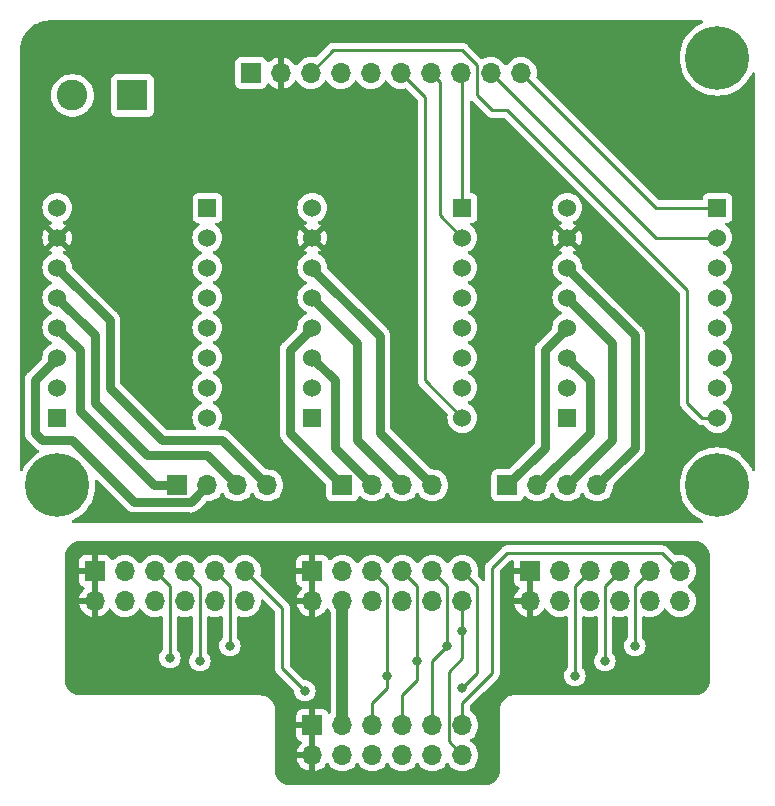
<source format=gtl>
G04 #@! TF.GenerationSoftware,KiCad,Pcbnew,7.0.8*
G04 #@! TF.CreationDate,2024-02-17T11:27:20+01:00*
G04 #@! TF.ProjectId,PCB_V2,5043425f-5632-42e6-9b69-6361645f7063,rev?*
G04 #@! TF.SameCoordinates,Original*
G04 #@! TF.FileFunction,Copper,L1,Top*
G04 #@! TF.FilePolarity,Positive*
%FSLAX46Y46*%
G04 Gerber Fmt 4.6, Leading zero omitted, Abs format (unit mm)*
G04 Created by KiCad (PCBNEW 7.0.8) date 2024-02-17 11:27:20*
%MOMM*%
%LPD*%
G01*
G04 APERTURE LIST*
G04 #@! TA.AperFunction,ComponentPad*
%ADD10O,1.700000X1.700000*%
G04 #@! TD*
G04 #@! TA.AperFunction,ComponentPad*
%ADD11R,1.700000X1.700000*%
G04 #@! TD*
G04 #@! TA.AperFunction,ConnectorPad*
%ADD12C,5.400000*%
G04 #@! TD*
G04 #@! TA.AperFunction,ComponentPad*
%ADD13C,3.100000*%
G04 #@! TD*
G04 #@! TA.AperFunction,ComponentPad*
%ADD14R,1.524000X1.524000*%
G04 #@! TD*
G04 #@! TA.AperFunction,ComponentPad*
%ADD15C,1.524000*%
G04 #@! TD*
G04 #@! TA.AperFunction,ComponentPad*
%ADD16C,2.600000*%
G04 #@! TD*
G04 #@! TA.AperFunction,ComponentPad*
%ADD17R,2.600000X2.600000*%
G04 #@! TD*
G04 #@! TA.AperFunction,ViaPad*
%ADD18C,0.800000*%
G04 #@! TD*
G04 #@! TA.AperFunction,Conductor*
%ADD19C,0.750000*%
G04 #@! TD*
G04 #@! TA.AperFunction,Conductor*
%ADD20C,0.250000*%
G04 #@! TD*
G04 #@! TA.AperFunction,Conductor*
%ADD21C,1.000000*%
G04 #@! TD*
G04 APERTURE END LIST*
D10*
X206375000Y-93345000D03*
X206375000Y-90805000D03*
X203835000Y-93345000D03*
X203835000Y-90805000D03*
X201295000Y-93345000D03*
X201295000Y-90805000D03*
X198755000Y-93345000D03*
X198755000Y-90805000D03*
X196215000Y-93345000D03*
X196215000Y-90805000D03*
X193675000Y-93345000D03*
D11*
X193675000Y-90805000D03*
D12*
X227965000Y-70485000D03*
D13*
X227965000Y-70485000D03*
X172085000Y-70485000D03*
D12*
X172085000Y-70485000D03*
D13*
X227965000Y-34290000D03*
D12*
X227965000Y-34290000D03*
D14*
X184785000Y-46990000D03*
D15*
X184785000Y-49530000D03*
X184785000Y-52070000D03*
X184785000Y-54610000D03*
X184785000Y-57150000D03*
X184785000Y-59690000D03*
X184785000Y-62230000D03*
X184785000Y-64770000D03*
D14*
X172085000Y-64770000D03*
D15*
X172085000Y-62230000D03*
X172085000Y-59690000D03*
X172085000Y-57150000D03*
X172085000Y-54610000D03*
X172085000Y-52070000D03*
X172085000Y-49530000D03*
X172085000Y-46990000D03*
D10*
X187960000Y-80264000D03*
X187960000Y-77724000D03*
X185420000Y-80264000D03*
X185420000Y-77724000D03*
X182880000Y-80264000D03*
X182880000Y-77724000D03*
X180340000Y-80264000D03*
X180340000Y-77724000D03*
X177800000Y-80264000D03*
X177800000Y-77724000D03*
X175260000Y-80264000D03*
D11*
X175260000Y-77724000D03*
D16*
X173355000Y-37465000D03*
D17*
X178435000Y-37465000D03*
D10*
X224790000Y-80264000D03*
X224790000Y-77724000D03*
X222250000Y-80264000D03*
X222250000Y-77724000D03*
X219710000Y-80264000D03*
X219710000Y-77724000D03*
X217170000Y-80264000D03*
X217170000Y-77724000D03*
X214630000Y-80264000D03*
X214630000Y-77724000D03*
X212090000Y-80264000D03*
D11*
X212090000Y-77724000D03*
X196215000Y-70485000D03*
D10*
X198755000Y-70485000D03*
X201295000Y-70485000D03*
X203835000Y-70485000D03*
X211328000Y-35560000D03*
X208788000Y-35560000D03*
X206248000Y-35560000D03*
X203708000Y-35560000D03*
X201168000Y-35560000D03*
X198628000Y-35560000D03*
X196088000Y-35560000D03*
X193548000Y-35560000D03*
X191008000Y-35560000D03*
D11*
X188468000Y-35560000D03*
D14*
X227965000Y-46990000D03*
D15*
X227965000Y-49530000D03*
X227965000Y-52070000D03*
X227965000Y-54610000D03*
X227965000Y-57150000D03*
X227965000Y-59690000D03*
X227965000Y-62230000D03*
X227965000Y-64770000D03*
D14*
X215265000Y-64770000D03*
D15*
X215265000Y-62230000D03*
X215265000Y-59690000D03*
X215265000Y-57150000D03*
X215265000Y-54610000D03*
X215265000Y-52070000D03*
X215265000Y-49530000D03*
X215265000Y-46990000D03*
D11*
X182245000Y-70485000D03*
D10*
X184785000Y-70485000D03*
X187325000Y-70485000D03*
X189865000Y-70485000D03*
X206375000Y-80264000D03*
X206375000Y-77724000D03*
X203835000Y-80264000D03*
X203835000Y-77724000D03*
X201295000Y-80264000D03*
X201295000Y-77724000D03*
X198755000Y-80264000D03*
X198755000Y-77724000D03*
X196215000Y-80264000D03*
X196215000Y-77724000D03*
X193675000Y-80264000D03*
D11*
X193675000Y-77724000D03*
X210185000Y-70485000D03*
D10*
X212725000Y-70485000D03*
X215265000Y-70485000D03*
X217805000Y-70485000D03*
D14*
X206375000Y-46990000D03*
D15*
X206375000Y-49530000D03*
X206375000Y-52070000D03*
X206375000Y-54610000D03*
X206375000Y-57150000D03*
X206375000Y-59690000D03*
X206375000Y-62230000D03*
X206375000Y-64770000D03*
D14*
X193675000Y-64770000D03*
D15*
X193675000Y-62230000D03*
X193675000Y-59690000D03*
X193675000Y-57150000D03*
X193675000Y-54610000D03*
X193675000Y-52070000D03*
X193675000Y-49530000D03*
X193675000Y-46990000D03*
D18*
X206375000Y-82804000D03*
X186690000Y-84074000D03*
X205105000Y-84074000D03*
X220980000Y-84074000D03*
X206375000Y-87630000D03*
X184150000Y-85344000D03*
X202565000Y-85344000D03*
X218440000Y-85344000D03*
X193040000Y-87884000D03*
X181610000Y-85090000D03*
X215900000Y-86614000D03*
X200025000Y-86614000D03*
D19*
X180303249Y-70485000D02*
X182245000Y-70485000D01*
X173990000Y-64171751D02*
X180303249Y-70485000D01*
X173990000Y-59055000D02*
X173990000Y-64171751D01*
X172085000Y-57150000D02*
X173990000Y-59055000D01*
X183360000Y-71910000D02*
X184785000Y-70485000D01*
X173355000Y-66675000D02*
X178590000Y-71910000D01*
X170815000Y-66675000D02*
X173355000Y-66675000D01*
X170180000Y-66040000D02*
X170815000Y-66675000D01*
X172085000Y-59690000D02*
X170180000Y-61595000D01*
X170180000Y-61595000D02*
X170180000Y-66040000D01*
X178590000Y-71910000D02*
X183360000Y-71910000D01*
X186055000Y-66675000D02*
X189865000Y-70485000D01*
X180975000Y-66675000D02*
X186055000Y-66675000D01*
X176530000Y-56515000D02*
X176530000Y-62230000D01*
X176530000Y-62230000D02*
X180975000Y-66675000D01*
X172085000Y-52070000D02*
X176530000Y-56515000D01*
X184785000Y-67945000D02*
X187325000Y-70485000D01*
X175260000Y-63500000D02*
X179705000Y-67945000D01*
X175260000Y-57785000D02*
X175260000Y-63500000D01*
X179705000Y-67945000D02*
X184785000Y-67945000D01*
X172085000Y-54610000D02*
X175260000Y-57785000D01*
D20*
X210185000Y-76200000D02*
X223266000Y-76200000D01*
X208915000Y-77470000D02*
X210185000Y-76200000D01*
X208915000Y-86360000D02*
X208915000Y-77470000D01*
X206375000Y-88900000D02*
X208915000Y-86360000D01*
X206375000Y-90805000D02*
X206375000Y-88900000D01*
X223266000Y-76200000D02*
X224790000Y-77724000D01*
X181610000Y-78994000D02*
X180340000Y-77724000D01*
X181610000Y-85090000D02*
X181610000Y-78994000D01*
X207645000Y-86360000D02*
X207645000Y-78994000D01*
X207645000Y-78994000D02*
X206375000Y-77724000D01*
X206375000Y-87630000D02*
X207645000Y-86360000D01*
X205200000Y-86265000D02*
X205200000Y-92170000D01*
X205200000Y-92170000D02*
X206375000Y-93345000D01*
X206375000Y-82804000D02*
X206375000Y-85090000D01*
X206375000Y-85090000D02*
X205200000Y-86265000D01*
X203835000Y-85344000D02*
X203835000Y-90805000D01*
X205105000Y-84074000D02*
X203835000Y-85344000D01*
X191135000Y-80899000D02*
X187960000Y-77724000D01*
X193040000Y-87884000D02*
X191135000Y-85979000D01*
X191135000Y-85979000D02*
X191135000Y-80899000D01*
X201295000Y-88265000D02*
X201295000Y-90805000D01*
X202565000Y-85344000D02*
X202565000Y-86995000D01*
X202565000Y-86995000D02*
X201295000Y-88265000D01*
X200025000Y-87630000D02*
X198755000Y-88900000D01*
X198755000Y-88900000D02*
X198755000Y-90805000D01*
X200025000Y-86614000D02*
X200025000Y-87630000D01*
X226695000Y-64770000D02*
X227965000Y-64770000D01*
X225425000Y-63500000D02*
X226695000Y-64770000D01*
X225425000Y-53975000D02*
X225425000Y-63500000D01*
X208915000Y-38735000D02*
X210185000Y-38735000D01*
X207613000Y-37433000D02*
X208915000Y-38735000D01*
X206375000Y-33655000D02*
X207613000Y-34893000D01*
X210185000Y-38735000D02*
X225425000Y-53975000D01*
X195453000Y-33655000D02*
X206375000Y-33655000D01*
X193548000Y-35560000D02*
X195453000Y-33655000D01*
X207613000Y-34893000D02*
X207613000Y-37433000D01*
X222758000Y-49530000D02*
X227965000Y-49530000D01*
X208788000Y-35560000D02*
X222758000Y-49530000D01*
D19*
X220980000Y-67310000D02*
X217805000Y-70485000D01*
X220980000Y-57785000D02*
X220980000Y-67310000D01*
X215265000Y-52070000D02*
X220980000Y-57785000D01*
X219075000Y-66675000D02*
X215265000Y-70485000D01*
X219075000Y-58420000D02*
X219075000Y-66675000D01*
X215265000Y-54610000D02*
X219075000Y-58420000D01*
X217170000Y-61595000D02*
X217170000Y-66040000D01*
X215265000Y-59690000D02*
X217170000Y-61595000D01*
X217170000Y-66040000D02*
X212725000Y-70485000D01*
X213360000Y-67310000D02*
X210185000Y-70485000D01*
X213360000Y-59055000D02*
X213360000Y-67310000D01*
X215265000Y-57150000D02*
X213360000Y-59055000D01*
D21*
X196215000Y-90805000D02*
X196215000Y-80264000D01*
D19*
X191770000Y-59055000D02*
X191770000Y-66040000D01*
X193675000Y-57150000D02*
X191770000Y-59055000D01*
X191770000Y-66040000D02*
X196215000Y-70485000D01*
D20*
X203200000Y-37592000D02*
X203200000Y-61595000D01*
X203200000Y-61595000D02*
X206375000Y-64770000D01*
X201168000Y-35560000D02*
X203200000Y-37592000D01*
X204470000Y-36322000D02*
X204470000Y-47625000D01*
X204470000Y-47625000D02*
X206375000Y-49530000D01*
X203708000Y-35560000D02*
X204470000Y-36322000D01*
X206375000Y-35687000D02*
X206375000Y-46990000D01*
X206248000Y-35560000D02*
X206375000Y-35687000D01*
X222758000Y-46990000D02*
X227965000Y-46990000D01*
X211328000Y-35560000D02*
X222758000Y-46990000D01*
D19*
X195580000Y-67310000D02*
X198755000Y-70485000D01*
X195580000Y-61595000D02*
X195580000Y-67310000D01*
X193675000Y-59690000D02*
X195580000Y-61595000D01*
X197485000Y-66675000D02*
X201295000Y-70485000D01*
X197485000Y-58420000D02*
X197485000Y-66675000D01*
X193675000Y-54610000D02*
X197485000Y-58420000D01*
X193675000Y-52133500D02*
X199390000Y-57848500D01*
X193675000Y-52070000D02*
X193675000Y-52133500D01*
X199390000Y-57848500D02*
X199390000Y-66040000D01*
X199390000Y-66040000D02*
X203835000Y-70485000D01*
D20*
X193675000Y-80264000D02*
X193585000Y-80354000D01*
X212090000Y-78360396D02*
X212090000Y-77724000D01*
X184785000Y-46355000D02*
X184785000Y-46990000D01*
X206375000Y-82804000D02*
X206375000Y-80264000D01*
X185420000Y-77724000D02*
X186690000Y-78994000D01*
X220980000Y-78994000D02*
X220980000Y-84074000D01*
X186690000Y-78994000D02*
X186690000Y-84074000D01*
X205105000Y-84074000D02*
X205105000Y-78994000D01*
X222250000Y-77724000D02*
X220980000Y-78994000D01*
X205105000Y-78994000D02*
X203835000Y-77724000D01*
X218440000Y-78994000D02*
X218440000Y-85344000D01*
X219710000Y-77724000D02*
X218440000Y-78994000D01*
X202565000Y-85344000D02*
X202565000Y-78994000D01*
X184150000Y-78994000D02*
X184150000Y-85344000D01*
X182880000Y-77724000D02*
X184150000Y-78994000D01*
X202565000Y-78994000D02*
X201295000Y-77724000D01*
X200025000Y-78994000D02*
X198755000Y-77724000D01*
X215900000Y-78994000D02*
X215900000Y-86614000D01*
X217170000Y-77724000D02*
X215900000Y-78994000D01*
X200025000Y-86614000D02*
X200025000Y-78994000D01*
G04 #@! TA.AperFunction,Conductor*
G36*
X193925000Y-92909498D02*
G01*
X193817315Y-92860320D01*
X193710763Y-92845000D01*
X193639237Y-92845000D01*
X193532685Y-92860320D01*
X193425000Y-92909498D01*
X193425000Y-91240501D01*
X193532685Y-91289680D01*
X193639237Y-91305000D01*
X193710763Y-91305000D01*
X193817315Y-91289680D01*
X193925000Y-91240501D01*
X193925000Y-92909498D01*
G37*
G04 #@! TD.AperFunction*
G04 #@! TA.AperFunction,Conductor*
G36*
X193925000Y-79828498D02*
G01*
X193817315Y-79779320D01*
X193710763Y-79764000D01*
X193639237Y-79764000D01*
X193532685Y-79779320D01*
X193425000Y-79828498D01*
X193425000Y-78159501D01*
X193532685Y-78208680D01*
X193639237Y-78224000D01*
X193710763Y-78224000D01*
X193817315Y-78208680D01*
X193925000Y-78159501D01*
X193925000Y-79828498D01*
G37*
G04 #@! TD.AperFunction*
G04 #@! TA.AperFunction,Conductor*
G36*
X212340000Y-79828498D02*
G01*
X212232315Y-79779320D01*
X212125763Y-79764000D01*
X212054237Y-79764000D01*
X211947685Y-79779320D01*
X211840000Y-79828498D01*
X211840000Y-78159501D01*
X211947685Y-78208680D01*
X212054237Y-78224000D01*
X212125763Y-78224000D01*
X212232315Y-78208680D01*
X212340000Y-78159501D01*
X212340000Y-79828498D01*
G37*
G04 #@! TD.AperFunction*
G04 #@! TA.AperFunction,Conductor*
G36*
X175510000Y-79828498D02*
G01*
X175402315Y-79779320D01*
X175295763Y-79764000D01*
X175224237Y-79764000D01*
X175117685Y-79779320D01*
X175010000Y-79828498D01*
X175010000Y-78159501D01*
X175117685Y-78208680D01*
X175224237Y-78224000D01*
X175295763Y-78224000D01*
X175402315Y-78208680D01*
X175510000Y-78159501D01*
X175510000Y-79828498D01*
G37*
G04 #@! TD.AperFunction*
G04 #@! TA.AperFunction,Conductor*
G36*
X180639338Y-75184340D02*
G01*
X180640857Y-75184499D01*
X180640858Y-75184500D01*
X180640859Y-75184500D01*
X186389141Y-75184500D01*
X186389142Y-75184500D01*
X186389142Y-75184499D01*
X186390662Y-75184340D01*
X186397149Y-75184000D01*
X188887851Y-75184000D01*
X188894338Y-75184340D01*
X188895857Y-75184499D01*
X188895858Y-75184500D01*
X188895859Y-75184500D01*
X194644141Y-75184500D01*
X194644142Y-75184500D01*
X194644142Y-75184499D01*
X194645662Y-75184340D01*
X194652149Y-75184000D01*
X197142851Y-75184000D01*
X197149338Y-75184340D01*
X197150857Y-75184499D01*
X197150858Y-75184500D01*
X197150859Y-75184500D01*
X202899141Y-75184500D01*
X202899142Y-75184500D01*
X202899142Y-75184499D01*
X202900662Y-75184340D01*
X202907149Y-75184000D01*
X205397851Y-75184000D01*
X205404338Y-75184340D01*
X205405857Y-75184499D01*
X205405858Y-75184500D01*
X205405859Y-75184500D01*
X211154141Y-75184500D01*
X211154142Y-75184500D01*
X211154142Y-75184499D01*
X211155662Y-75184340D01*
X211162149Y-75184000D01*
X213652851Y-75184000D01*
X213659338Y-75184340D01*
X213660857Y-75184499D01*
X213660858Y-75184500D01*
X213660859Y-75184500D01*
X219409141Y-75184500D01*
X219409142Y-75184500D01*
X219409142Y-75184499D01*
X219410662Y-75184340D01*
X219417149Y-75184000D01*
X221907851Y-75184000D01*
X221914338Y-75184340D01*
X221915857Y-75184499D01*
X221915858Y-75184500D01*
X221995901Y-75184500D01*
X226057562Y-75184500D01*
X226062426Y-75184690D01*
X226116977Y-75188984D01*
X226257579Y-75201285D01*
X226275696Y-75204235D01*
X226356020Y-75223520D01*
X226401511Y-75235709D01*
X226466713Y-75253181D01*
X226474400Y-75255790D01*
X226511685Y-75271233D01*
X226560959Y-75291643D01*
X226659955Y-75337806D01*
X226666154Y-75341136D01*
X226746778Y-75390543D01*
X226749926Y-75392608D01*
X226836606Y-75453302D01*
X226841285Y-75456924D01*
X226913840Y-75518892D01*
X226917389Y-75522173D01*
X226991824Y-75596608D01*
X226995109Y-75600162D01*
X227057070Y-75672708D01*
X227060702Y-75677399D01*
X227091813Y-75721830D01*
X227121385Y-75764064D01*
X227123462Y-75767231D01*
X227172862Y-75847845D01*
X227176192Y-75854042D01*
X227222358Y-75953043D01*
X227258208Y-76039598D01*
X227260817Y-76047284D01*
X227290485Y-76158002D01*
X227309760Y-76238290D01*
X227312714Y-76256429D01*
X227325020Y-76397083D01*
X227329309Y-76451575D01*
X227329500Y-76456441D01*
X227329500Y-86992558D01*
X227329309Y-86997424D01*
X227325020Y-87051916D01*
X227312714Y-87192569D01*
X227309760Y-87210707D01*
X227290485Y-87290997D01*
X227260817Y-87401714D01*
X227258208Y-87409399D01*
X227222358Y-87495956D01*
X227176192Y-87594956D01*
X227172862Y-87601153D01*
X227123462Y-87681767D01*
X227121385Y-87684934D01*
X227060707Y-87771592D01*
X227057062Y-87776300D01*
X226995118Y-87848827D01*
X226991812Y-87852403D01*
X226917403Y-87926812D01*
X226913827Y-87930118D01*
X226841300Y-87992062D01*
X226836592Y-87995707D01*
X226749934Y-88056385D01*
X226746767Y-88058462D01*
X226666153Y-88107862D01*
X226659956Y-88111192D01*
X226560956Y-88157358D01*
X226474399Y-88193208D01*
X226466714Y-88195817D01*
X226355997Y-88225485D01*
X226275707Y-88244760D01*
X226257569Y-88247714D01*
X226116916Y-88260020D01*
X226062425Y-88264309D01*
X226057559Y-88264500D01*
X210820500Y-88264500D01*
X210820000Y-88264500D01*
X210720009Y-88264500D01*
X210654169Y-88274928D01*
X210522488Y-88295784D01*
X210332299Y-88357579D01*
X210154112Y-88448371D01*
X210071472Y-88508413D01*
X209992325Y-88565917D01*
X209992323Y-88565919D01*
X209992322Y-88565919D01*
X209850919Y-88707322D01*
X209850919Y-88707323D01*
X209850917Y-88707325D01*
X209823440Y-88745144D01*
X209733371Y-88869112D01*
X209642579Y-89047299D01*
X209580784Y-89237488D01*
X209549500Y-89435009D01*
X209549500Y-94612558D01*
X209549309Y-94617424D01*
X209545020Y-94671916D01*
X209532714Y-94812569D01*
X209529760Y-94830707D01*
X209510485Y-94910997D01*
X209480817Y-95021714D01*
X209478208Y-95029399D01*
X209442358Y-95115956D01*
X209396192Y-95214956D01*
X209392862Y-95221153D01*
X209343462Y-95301767D01*
X209341385Y-95304934D01*
X209280707Y-95391592D01*
X209277062Y-95396300D01*
X209215118Y-95468827D01*
X209211812Y-95472403D01*
X209137403Y-95546812D01*
X209133827Y-95550118D01*
X209061300Y-95612062D01*
X209056592Y-95615707D01*
X208969934Y-95676385D01*
X208966767Y-95678462D01*
X208886153Y-95727862D01*
X208879956Y-95731192D01*
X208780956Y-95777358D01*
X208694399Y-95813208D01*
X208686714Y-95815817D01*
X208575997Y-95845485D01*
X208495707Y-95864760D01*
X208477569Y-95867714D01*
X208336916Y-95880020D01*
X208282425Y-95884309D01*
X208277559Y-95884500D01*
X191772441Y-95884500D01*
X191767575Y-95884309D01*
X191713083Y-95880020D01*
X191572429Y-95867714D01*
X191554290Y-95864760D01*
X191474002Y-95845485D01*
X191363284Y-95815817D01*
X191355598Y-95813208D01*
X191269043Y-95777358D01*
X191170042Y-95731192D01*
X191163845Y-95727862D01*
X191083231Y-95678462D01*
X191080064Y-95676385D01*
X191047182Y-95653361D01*
X190993399Y-95615702D01*
X190988708Y-95612070D01*
X190916162Y-95550109D01*
X190912608Y-95546824D01*
X190838173Y-95472389D01*
X190834892Y-95468840D01*
X190772924Y-95396285D01*
X190769302Y-95391606D01*
X190708608Y-95304926D01*
X190706543Y-95301778D01*
X190657136Y-95221153D01*
X190653806Y-95214955D01*
X190607642Y-95115956D01*
X190587233Y-95066685D01*
X190571790Y-95029400D01*
X190569181Y-95021713D01*
X190539514Y-94910997D01*
X190520235Y-94830696D01*
X190517285Y-94812579D01*
X190504979Y-94671916D01*
X190500691Y-94617424D01*
X190500500Y-94612561D01*
X190500500Y-91702844D01*
X192325000Y-91702844D01*
X192331401Y-91762372D01*
X192331403Y-91762379D01*
X192381645Y-91897086D01*
X192381649Y-91897093D01*
X192467809Y-92012187D01*
X192467812Y-92012190D01*
X192582906Y-92098350D01*
X192582913Y-92098354D01*
X192714986Y-92147614D01*
X192770920Y-92189485D01*
X192795337Y-92254949D01*
X192780486Y-92323222D01*
X192759335Y-92351477D01*
X192636886Y-92473926D01*
X192501400Y-92667420D01*
X192501399Y-92667422D01*
X192401570Y-92881507D01*
X192401567Y-92881513D01*
X192344364Y-93094999D01*
X192344364Y-93095000D01*
X193241314Y-93095000D01*
X193215507Y-93135156D01*
X193175000Y-93273111D01*
X193175000Y-93416889D01*
X193215507Y-93554844D01*
X193241314Y-93595000D01*
X192344364Y-93595000D01*
X192401567Y-93808486D01*
X192401570Y-93808492D01*
X192501399Y-94022578D01*
X192636894Y-94216082D01*
X192803917Y-94383105D01*
X192997421Y-94518600D01*
X193211507Y-94618429D01*
X193211516Y-94618433D01*
X193425000Y-94675634D01*
X193425000Y-93780501D01*
X193532685Y-93829680D01*
X193639237Y-93845000D01*
X193710763Y-93845000D01*
X193817315Y-93829680D01*
X193925000Y-93780501D01*
X193925000Y-94675633D01*
X194138483Y-94618433D01*
X194138492Y-94618429D01*
X194352578Y-94518600D01*
X194546082Y-94383105D01*
X194713105Y-94216082D01*
X194843119Y-94030405D01*
X194897696Y-93986781D01*
X194967195Y-93979588D01*
X195029549Y-94011110D01*
X195046269Y-94030405D01*
X195176505Y-94216401D01*
X195343599Y-94383495D01*
X195440384Y-94451265D01*
X195537165Y-94519032D01*
X195537167Y-94519033D01*
X195537170Y-94519035D01*
X195751337Y-94618903D01*
X195979592Y-94680063D01*
X196167918Y-94696539D01*
X196214999Y-94700659D01*
X196215000Y-94700659D01*
X196215001Y-94700659D01*
X196254234Y-94697226D01*
X196450408Y-94680063D01*
X196678663Y-94618903D01*
X196892830Y-94519035D01*
X197086401Y-94383495D01*
X197253495Y-94216401D01*
X197383425Y-94030842D01*
X197438002Y-93987217D01*
X197507500Y-93980023D01*
X197569855Y-94011546D01*
X197586575Y-94030842D01*
X197716500Y-94216395D01*
X197716505Y-94216401D01*
X197883599Y-94383495D01*
X197980384Y-94451265D01*
X198077165Y-94519032D01*
X198077167Y-94519033D01*
X198077170Y-94519035D01*
X198291337Y-94618903D01*
X198519592Y-94680063D01*
X198707918Y-94696539D01*
X198754999Y-94700659D01*
X198755000Y-94700659D01*
X198755001Y-94700659D01*
X198794234Y-94697226D01*
X198990408Y-94680063D01*
X199218663Y-94618903D01*
X199432830Y-94519035D01*
X199626401Y-94383495D01*
X199793495Y-94216401D01*
X199923425Y-94030842D01*
X199978002Y-93987217D01*
X200047500Y-93980023D01*
X200109855Y-94011546D01*
X200126575Y-94030842D01*
X200256500Y-94216395D01*
X200256505Y-94216401D01*
X200423599Y-94383495D01*
X200520384Y-94451265D01*
X200617165Y-94519032D01*
X200617167Y-94519033D01*
X200617170Y-94519035D01*
X200831337Y-94618903D01*
X201059592Y-94680063D01*
X201247918Y-94696539D01*
X201294999Y-94700659D01*
X201295000Y-94700659D01*
X201295001Y-94700659D01*
X201334234Y-94697226D01*
X201530408Y-94680063D01*
X201758663Y-94618903D01*
X201972830Y-94519035D01*
X202166401Y-94383495D01*
X202333495Y-94216401D01*
X202463425Y-94030842D01*
X202518002Y-93987217D01*
X202587500Y-93980023D01*
X202649855Y-94011546D01*
X202666575Y-94030842D01*
X202796500Y-94216395D01*
X202796505Y-94216401D01*
X202963599Y-94383495D01*
X203060384Y-94451265D01*
X203157165Y-94519032D01*
X203157167Y-94519033D01*
X203157170Y-94519035D01*
X203371337Y-94618903D01*
X203599592Y-94680063D01*
X203787918Y-94696539D01*
X203834999Y-94700659D01*
X203835000Y-94700659D01*
X203835001Y-94700659D01*
X203874234Y-94697226D01*
X204070408Y-94680063D01*
X204298663Y-94618903D01*
X204512830Y-94519035D01*
X204706401Y-94383495D01*
X204873495Y-94216401D01*
X205003425Y-94030842D01*
X205058002Y-93987217D01*
X205127500Y-93980023D01*
X205189855Y-94011546D01*
X205206575Y-94030842D01*
X205336500Y-94216395D01*
X205336505Y-94216401D01*
X205503599Y-94383495D01*
X205600384Y-94451265D01*
X205697165Y-94519032D01*
X205697167Y-94519033D01*
X205697170Y-94519035D01*
X205911337Y-94618903D01*
X206139592Y-94680063D01*
X206327918Y-94696539D01*
X206374999Y-94700659D01*
X206375000Y-94700659D01*
X206375001Y-94700659D01*
X206414234Y-94697226D01*
X206610408Y-94680063D01*
X206838663Y-94618903D01*
X207052830Y-94519035D01*
X207246401Y-94383495D01*
X207413495Y-94216401D01*
X207549035Y-94022830D01*
X207648903Y-93808663D01*
X207710063Y-93580408D01*
X207730659Y-93345000D01*
X207710063Y-93109592D01*
X207648903Y-92881337D01*
X207549035Y-92667171D01*
X207543731Y-92659595D01*
X207413494Y-92473597D01*
X207246402Y-92306506D01*
X207246396Y-92306501D01*
X207060842Y-92176575D01*
X207017217Y-92121998D01*
X207010023Y-92052500D01*
X207041546Y-91990145D01*
X207060842Y-91973425D01*
X207169865Y-91897086D01*
X207246401Y-91843495D01*
X207413495Y-91676401D01*
X207549035Y-91482830D01*
X207648903Y-91268663D01*
X207710063Y-91040408D01*
X207730659Y-90805000D01*
X207710063Y-90569592D01*
X207648903Y-90341337D01*
X207549035Y-90127171D01*
X207543425Y-90119158D01*
X207413494Y-89933597D01*
X207246402Y-89766506D01*
X207246401Y-89766505D01*
X207053376Y-89631347D01*
X207009751Y-89576770D01*
X207000500Y-89529772D01*
X207000500Y-89210452D01*
X207020185Y-89143413D01*
X207036819Y-89122771D01*
X208167528Y-87992062D01*
X209298788Y-86860801D01*
X209311042Y-86850986D01*
X209310859Y-86850764D01*
X209316866Y-86845792D01*
X209316877Y-86845786D01*
X209349290Y-86811269D01*
X209364227Y-86795364D01*
X209374671Y-86784918D01*
X209385120Y-86774471D01*
X209389379Y-86768978D01*
X209393152Y-86764561D01*
X209425062Y-86730582D01*
X209434713Y-86713024D01*
X209445396Y-86696761D01*
X209457673Y-86680936D01*
X209476185Y-86638153D01*
X209478738Y-86632941D01*
X209501197Y-86592092D01*
X209506180Y-86572680D01*
X209512481Y-86554280D01*
X209520437Y-86535896D01*
X209527729Y-86489852D01*
X209528906Y-86484171D01*
X209540500Y-86439019D01*
X209540500Y-86418983D01*
X209542027Y-86399582D01*
X209545160Y-86379804D01*
X209540775Y-86333415D01*
X209540500Y-86327577D01*
X209540500Y-77780452D01*
X209560185Y-77713413D01*
X209576819Y-77692771D01*
X210407772Y-76861819D01*
X210469095Y-76828334D01*
X210495453Y-76825500D01*
X210616000Y-76825500D01*
X210683039Y-76845185D01*
X210728794Y-76897989D01*
X210740000Y-76949500D01*
X210740000Y-77474000D01*
X211656314Y-77474000D01*
X211630507Y-77514156D01*
X211590000Y-77652111D01*
X211590000Y-77795889D01*
X211630507Y-77933844D01*
X211656314Y-77974000D01*
X210740000Y-77974000D01*
X210740000Y-78621844D01*
X210746401Y-78681372D01*
X210746403Y-78681379D01*
X210796645Y-78816086D01*
X210796649Y-78816093D01*
X210882809Y-78931187D01*
X210882812Y-78931190D01*
X210997906Y-79017350D01*
X210997913Y-79017354D01*
X211129986Y-79066614D01*
X211185920Y-79108485D01*
X211210337Y-79173949D01*
X211195486Y-79242222D01*
X211174335Y-79270477D01*
X211051886Y-79392926D01*
X210916400Y-79586420D01*
X210916399Y-79586422D01*
X210816570Y-79800507D01*
X210816567Y-79800513D01*
X210759364Y-80013999D01*
X210759364Y-80014000D01*
X211656314Y-80014000D01*
X211630507Y-80054156D01*
X211590000Y-80192111D01*
X211590000Y-80335889D01*
X211630507Y-80473844D01*
X211656314Y-80514000D01*
X210759364Y-80514000D01*
X210816567Y-80727486D01*
X210816570Y-80727492D01*
X210916399Y-80941578D01*
X211051894Y-81135082D01*
X211218917Y-81302105D01*
X211412421Y-81437600D01*
X211626507Y-81537429D01*
X211626516Y-81537433D01*
X211840000Y-81594634D01*
X211840000Y-80699501D01*
X211947685Y-80748680D01*
X212054237Y-80764000D01*
X212125763Y-80764000D01*
X212232315Y-80748680D01*
X212340000Y-80699501D01*
X212340000Y-81594633D01*
X212553483Y-81537433D01*
X212553492Y-81537429D01*
X212767578Y-81437600D01*
X212961082Y-81302105D01*
X213128105Y-81135082D01*
X213258119Y-80949405D01*
X213312696Y-80905781D01*
X213382195Y-80898588D01*
X213444549Y-80930110D01*
X213461269Y-80949405D01*
X213467521Y-80958334D01*
X213591505Y-81135401D01*
X213758599Y-81302495D01*
X213855384Y-81370265D01*
X213952165Y-81438032D01*
X213952167Y-81438033D01*
X213952170Y-81438035D01*
X214166337Y-81537903D01*
X214394592Y-81599063D01*
X214582918Y-81615539D01*
X214629999Y-81619659D01*
X214630000Y-81619659D01*
X214630001Y-81619659D01*
X214669234Y-81616226D01*
X214865408Y-81599063D01*
X215093663Y-81537903D01*
X215098094Y-81535837D01*
X215167171Y-81525344D01*
X215230955Y-81553863D01*
X215269196Y-81612339D01*
X215274500Y-81648218D01*
X215274500Y-85915312D01*
X215254815Y-85982351D01*
X215242650Y-85998284D01*
X215167466Y-86081784D01*
X215072821Y-86245715D01*
X215072818Y-86245722D01*
X215014327Y-86425740D01*
X215014326Y-86425744D01*
X214994540Y-86614000D01*
X215014326Y-86802256D01*
X215014327Y-86802259D01*
X215072818Y-86982277D01*
X215072821Y-86982284D01*
X215167467Y-87146216D01*
X215242650Y-87229715D01*
X215294129Y-87286888D01*
X215447265Y-87398148D01*
X215447270Y-87398151D01*
X215620192Y-87475142D01*
X215620197Y-87475144D01*
X215805354Y-87514500D01*
X215805355Y-87514500D01*
X215994644Y-87514500D01*
X215994646Y-87514500D01*
X216179803Y-87475144D01*
X216352730Y-87398151D01*
X216505871Y-87286888D01*
X216632533Y-87146216D01*
X216727179Y-86982284D01*
X216785674Y-86802256D01*
X216805460Y-86614000D01*
X216785674Y-86425744D01*
X216727179Y-86245716D01*
X216632533Y-86081784D01*
X216628787Y-86077624D01*
X216557350Y-85998284D01*
X216527120Y-85935292D01*
X216525500Y-85915312D01*
X216525500Y-81648218D01*
X216545185Y-81581179D01*
X216597989Y-81535424D01*
X216667147Y-81525480D01*
X216701906Y-81535837D01*
X216706330Y-81537900D01*
X216706332Y-81537900D01*
X216706337Y-81537903D01*
X216934592Y-81599063D01*
X217122918Y-81615539D01*
X217169999Y-81619659D01*
X217170000Y-81619659D01*
X217170001Y-81619659D01*
X217209234Y-81616226D01*
X217405408Y-81599063D01*
X217633663Y-81537903D01*
X217638094Y-81535837D01*
X217707171Y-81525344D01*
X217770955Y-81553863D01*
X217809196Y-81612339D01*
X217814500Y-81648218D01*
X217814500Y-84645312D01*
X217794815Y-84712351D01*
X217782650Y-84728284D01*
X217707466Y-84811784D01*
X217612821Y-84975715D01*
X217612818Y-84975722D01*
X217561682Y-85133105D01*
X217554326Y-85155744D01*
X217534540Y-85344000D01*
X217554326Y-85532256D01*
X217554327Y-85532259D01*
X217612818Y-85712277D01*
X217612821Y-85712284D01*
X217707467Y-85876216D01*
X217782650Y-85959715D01*
X217834129Y-86016888D01*
X217987265Y-86128148D01*
X217987270Y-86128151D01*
X218160192Y-86205142D01*
X218160197Y-86205144D01*
X218345354Y-86244500D01*
X218345355Y-86244500D01*
X218534644Y-86244500D01*
X218534646Y-86244500D01*
X218719803Y-86205144D01*
X218892730Y-86128151D01*
X219045871Y-86016888D01*
X219172533Y-85876216D01*
X219267179Y-85712284D01*
X219325674Y-85532256D01*
X219345460Y-85344000D01*
X219325674Y-85155744D01*
X219267179Y-84975716D01*
X219172533Y-84811784D01*
X219097350Y-84728284D01*
X219067120Y-84665292D01*
X219065500Y-84645312D01*
X219065500Y-81648218D01*
X219085185Y-81581179D01*
X219137989Y-81535424D01*
X219207147Y-81525480D01*
X219241906Y-81535837D01*
X219246330Y-81537900D01*
X219246332Y-81537900D01*
X219246337Y-81537903D01*
X219474592Y-81599063D01*
X219662918Y-81615539D01*
X219709999Y-81619659D01*
X219710000Y-81619659D01*
X219710001Y-81619659D01*
X219749234Y-81616226D01*
X219945408Y-81599063D01*
X220173663Y-81537903D01*
X220178094Y-81535837D01*
X220247171Y-81525344D01*
X220310955Y-81553863D01*
X220349196Y-81612339D01*
X220354500Y-81648218D01*
X220354500Y-83375312D01*
X220334815Y-83442351D01*
X220322650Y-83458284D01*
X220247466Y-83541784D01*
X220152821Y-83705715D01*
X220152818Y-83705722D01*
X220094327Y-83885740D01*
X220094326Y-83885744D01*
X220074540Y-84074000D01*
X220094326Y-84262256D01*
X220094327Y-84262259D01*
X220152818Y-84442277D01*
X220152821Y-84442284D01*
X220247467Y-84606216D01*
X220357378Y-84728284D01*
X220374129Y-84746888D01*
X220527265Y-84858148D01*
X220527270Y-84858151D01*
X220700192Y-84935142D01*
X220700197Y-84935144D01*
X220885354Y-84974500D01*
X220885355Y-84974500D01*
X221074644Y-84974500D01*
X221074646Y-84974500D01*
X221259803Y-84935144D01*
X221432730Y-84858151D01*
X221585871Y-84746888D01*
X221712533Y-84606216D01*
X221807179Y-84442284D01*
X221865674Y-84262256D01*
X221885460Y-84074000D01*
X221865674Y-83885744D01*
X221807179Y-83705716D01*
X221712533Y-83541784D01*
X221637350Y-83458284D01*
X221607120Y-83395292D01*
X221605500Y-83375312D01*
X221605500Y-81648218D01*
X221625185Y-81581179D01*
X221677989Y-81535424D01*
X221747147Y-81525480D01*
X221781906Y-81535837D01*
X221786330Y-81537900D01*
X221786332Y-81537900D01*
X221786337Y-81537903D01*
X222014592Y-81599063D01*
X222202918Y-81615539D01*
X222249999Y-81619659D01*
X222250000Y-81619659D01*
X222250001Y-81619659D01*
X222289234Y-81616226D01*
X222485408Y-81599063D01*
X222713663Y-81537903D01*
X222927830Y-81438035D01*
X223121401Y-81302495D01*
X223288495Y-81135401D01*
X223412479Y-80958334D01*
X223418425Y-80949842D01*
X223473002Y-80906217D01*
X223542500Y-80899023D01*
X223604855Y-80930546D01*
X223621575Y-80949842D01*
X223751500Y-81135395D01*
X223751505Y-81135401D01*
X223918599Y-81302495D01*
X224015384Y-81370265D01*
X224112165Y-81438032D01*
X224112167Y-81438033D01*
X224112170Y-81438035D01*
X224326337Y-81537903D01*
X224554592Y-81599063D01*
X224742918Y-81615539D01*
X224789999Y-81619659D01*
X224790000Y-81619659D01*
X224790001Y-81619659D01*
X224829234Y-81616226D01*
X225025408Y-81599063D01*
X225253663Y-81537903D01*
X225467830Y-81438035D01*
X225661401Y-81302495D01*
X225828495Y-81135401D01*
X225964035Y-80941830D01*
X226063903Y-80727663D01*
X226125063Y-80499408D01*
X226145659Y-80264000D01*
X226145610Y-80263445D01*
X226137426Y-80169898D01*
X226125063Y-80028592D01*
X226063903Y-79800337D01*
X225964035Y-79586171D01*
X225958731Y-79578595D01*
X225828494Y-79392597D01*
X225661402Y-79225506D01*
X225661396Y-79225501D01*
X225475842Y-79095575D01*
X225432217Y-79040998D01*
X225425023Y-78971500D01*
X225456546Y-78909145D01*
X225475842Y-78892425D01*
X225620460Y-78791162D01*
X225661401Y-78762495D01*
X225828495Y-78595401D01*
X225964035Y-78401830D01*
X226063903Y-78187663D01*
X226125063Y-77959408D01*
X226145659Y-77724000D01*
X226125063Y-77488592D01*
X226063903Y-77260337D01*
X225964035Y-77046171D01*
X225958425Y-77038158D01*
X225828494Y-76852597D01*
X225661402Y-76685506D01*
X225661395Y-76685501D01*
X225467834Y-76549967D01*
X225467830Y-76549965D01*
X225396727Y-76516809D01*
X225253663Y-76450097D01*
X225253659Y-76450096D01*
X225253655Y-76450094D01*
X225025413Y-76388938D01*
X225025403Y-76388936D01*
X224790001Y-76368341D01*
X224789999Y-76368341D01*
X224554590Y-76388937D01*
X224554589Y-76388937D01*
X224454124Y-76415855D01*
X224384274Y-76414191D01*
X224334352Y-76383761D01*
X223766803Y-75816212D01*
X223756980Y-75803950D01*
X223756759Y-75804134D01*
X223751786Y-75798123D01*
X223701364Y-75750773D01*
X223690919Y-75740328D01*
X223680475Y-75729883D01*
X223674986Y-75725625D01*
X223670561Y-75721847D01*
X223636582Y-75689938D01*
X223636580Y-75689936D01*
X223636577Y-75689935D01*
X223619029Y-75680288D01*
X223602763Y-75669604D01*
X223586933Y-75657325D01*
X223544168Y-75638818D01*
X223538922Y-75636248D01*
X223498093Y-75613803D01*
X223498092Y-75613802D01*
X223478693Y-75608822D01*
X223460281Y-75602518D01*
X223441898Y-75594562D01*
X223441892Y-75594560D01*
X223395874Y-75587272D01*
X223390152Y-75586087D01*
X223345021Y-75574500D01*
X223345019Y-75574500D01*
X223324984Y-75574500D01*
X223305586Y-75572973D01*
X223298162Y-75571797D01*
X223285805Y-75569840D01*
X223285804Y-75569840D01*
X223239416Y-75574225D01*
X223233578Y-75574500D01*
X210267737Y-75574500D01*
X210252120Y-75572776D01*
X210252093Y-75573062D01*
X210244331Y-75572327D01*
X210175203Y-75574500D01*
X210145650Y-75574500D01*
X210144929Y-75574590D01*
X210138757Y-75575369D01*
X210132945Y-75575826D01*
X210086373Y-75577290D01*
X210086372Y-75577290D01*
X210067129Y-75582881D01*
X210048079Y-75586825D01*
X210028211Y-75589334D01*
X210028209Y-75589335D01*
X209984884Y-75606488D01*
X209979357Y-75608380D01*
X209934610Y-75621381D01*
X209934609Y-75621382D01*
X209917367Y-75631579D01*
X209899899Y-75640137D01*
X209881269Y-75647513D01*
X209881267Y-75647514D01*
X209843576Y-75674898D01*
X209838694Y-75678105D01*
X209798579Y-75701830D01*
X209784408Y-75716000D01*
X209769623Y-75728628D01*
X209753412Y-75740407D01*
X209723709Y-75776310D01*
X209719777Y-75780631D01*
X208531208Y-76969199D01*
X208518951Y-76979020D01*
X208519134Y-76979241D01*
X208513123Y-76984213D01*
X208465772Y-77034636D01*
X208444889Y-77055519D01*
X208444877Y-77055532D01*
X208440621Y-77061017D01*
X208436837Y-77065447D01*
X208404937Y-77099418D01*
X208404936Y-77099420D01*
X208395284Y-77116976D01*
X208384610Y-77133226D01*
X208372329Y-77149061D01*
X208372324Y-77149068D01*
X208353815Y-77191838D01*
X208351245Y-77197084D01*
X208328803Y-77237906D01*
X208323822Y-77257307D01*
X208317521Y-77275710D01*
X208309562Y-77294102D01*
X208309561Y-77294105D01*
X208302271Y-77340127D01*
X208301087Y-77345846D01*
X208289501Y-77390972D01*
X208289500Y-77390982D01*
X208289500Y-77411016D01*
X208287973Y-77430415D01*
X208284840Y-77450194D01*
X208284840Y-77450195D01*
X208289225Y-77496583D01*
X208289500Y-77502421D01*
X208289500Y-78451867D01*
X208269815Y-78518906D01*
X208217011Y-78564661D01*
X208147853Y-78574605D01*
X208086460Y-78547411D01*
X208068693Y-78532713D01*
X208064381Y-78528790D01*
X207715237Y-78179646D01*
X207681752Y-78118323D01*
X207683142Y-78059876D01*
X207710063Y-77959408D01*
X207730659Y-77724000D01*
X207710063Y-77488592D01*
X207648903Y-77260337D01*
X207549035Y-77046171D01*
X207543425Y-77038158D01*
X207413494Y-76852597D01*
X207246402Y-76685506D01*
X207246395Y-76685501D01*
X207052834Y-76549967D01*
X207052830Y-76549965D01*
X206981727Y-76516809D01*
X206838663Y-76450097D01*
X206838659Y-76450096D01*
X206838655Y-76450094D01*
X206610413Y-76388938D01*
X206610403Y-76388936D01*
X206375001Y-76368341D01*
X206374999Y-76368341D01*
X206139596Y-76388936D01*
X206139586Y-76388938D01*
X205911344Y-76450094D01*
X205911337Y-76450096D01*
X205911337Y-76450097D01*
X205903179Y-76453901D01*
X205697171Y-76549964D01*
X205697169Y-76549965D01*
X205503597Y-76685505D01*
X205336505Y-76852597D01*
X205206575Y-77038158D01*
X205151998Y-77081783D01*
X205082500Y-77088977D01*
X205020145Y-77057454D01*
X205003425Y-77038158D01*
X204873494Y-76852597D01*
X204706402Y-76685506D01*
X204706395Y-76685501D01*
X204512834Y-76549967D01*
X204512830Y-76549965D01*
X204441727Y-76516809D01*
X204298663Y-76450097D01*
X204298659Y-76450096D01*
X204298655Y-76450094D01*
X204070413Y-76388938D01*
X204070403Y-76388936D01*
X203835001Y-76368341D01*
X203834999Y-76368341D01*
X203599596Y-76388936D01*
X203599586Y-76388938D01*
X203371344Y-76450094D01*
X203371337Y-76450096D01*
X203371337Y-76450097D01*
X203363179Y-76453901D01*
X203157171Y-76549964D01*
X203157169Y-76549965D01*
X202963597Y-76685505D01*
X202796505Y-76852597D01*
X202666575Y-77038158D01*
X202611998Y-77081783D01*
X202542500Y-77088977D01*
X202480145Y-77057454D01*
X202463425Y-77038158D01*
X202333494Y-76852597D01*
X202166402Y-76685506D01*
X202166395Y-76685501D01*
X201972834Y-76549967D01*
X201972830Y-76549965D01*
X201901727Y-76516809D01*
X201758663Y-76450097D01*
X201758659Y-76450096D01*
X201758655Y-76450094D01*
X201530413Y-76388938D01*
X201530403Y-76388936D01*
X201295001Y-76368341D01*
X201294999Y-76368341D01*
X201059596Y-76388936D01*
X201059586Y-76388938D01*
X200831344Y-76450094D01*
X200831337Y-76450096D01*
X200831337Y-76450097D01*
X200823179Y-76453901D01*
X200617171Y-76549964D01*
X200617169Y-76549965D01*
X200423597Y-76685505D01*
X200256505Y-76852597D01*
X200126575Y-77038158D01*
X200071998Y-77081783D01*
X200002500Y-77088977D01*
X199940145Y-77057454D01*
X199923425Y-77038158D01*
X199793494Y-76852597D01*
X199626402Y-76685506D01*
X199626395Y-76685501D01*
X199432834Y-76549967D01*
X199432830Y-76549965D01*
X199361727Y-76516809D01*
X199218663Y-76450097D01*
X199218659Y-76450096D01*
X199218655Y-76450094D01*
X198990413Y-76388938D01*
X198990403Y-76388936D01*
X198755001Y-76368341D01*
X198754999Y-76368341D01*
X198519596Y-76388936D01*
X198519586Y-76388938D01*
X198291344Y-76450094D01*
X198291337Y-76450096D01*
X198291337Y-76450097D01*
X198283179Y-76453901D01*
X198077171Y-76549964D01*
X198077169Y-76549965D01*
X197883597Y-76685505D01*
X197716505Y-76852597D01*
X197586575Y-77038158D01*
X197531998Y-77081783D01*
X197462500Y-77088977D01*
X197400145Y-77057454D01*
X197383425Y-77038158D01*
X197253494Y-76852597D01*
X197086402Y-76685506D01*
X197086395Y-76685501D01*
X196892834Y-76549967D01*
X196892830Y-76549965D01*
X196821727Y-76516809D01*
X196678663Y-76450097D01*
X196678659Y-76450096D01*
X196678655Y-76450094D01*
X196450413Y-76388938D01*
X196450403Y-76388936D01*
X196215001Y-76368341D01*
X196214999Y-76368341D01*
X195979596Y-76388936D01*
X195979586Y-76388938D01*
X195751344Y-76450094D01*
X195751337Y-76450096D01*
X195751337Y-76450097D01*
X195743179Y-76453901D01*
X195537171Y-76549964D01*
X195537169Y-76549965D01*
X195343600Y-76685503D01*
X195221284Y-76807819D01*
X195159961Y-76841303D01*
X195090269Y-76836319D01*
X195034336Y-76794447D01*
X195017421Y-76763470D01*
X194968354Y-76631913D01*
X194968350Y-76631906D01*
X194882190Y-76516812D01*
X194882187Y-76516809D01*
X194767093Y-76430649D01*
X194767086Y-76430645D01*
X194632379Y-76380403D01*
X194632372Y-76380401D01*
X194572844Y-76374000D01*
X193925000Y-76374000D01*
X193925000Y-77288498D01*
X193817315Y-77239320D01*
X193710763Y-77224000D01*
X193639237Y-77224000D01*
X193532685Y-77239320D01*
X193425000Y-77288498D01*
X193425000Y-76374000D01*
X192777155Y-76374000D01*
X192717627Y-76380401D01*
X192717620Y-76380403D01*
X192582913Y-76430645D01*
X192582906Y-76430649D01*
X192467812Y-76516809D01*
X192467809Y-76516812D01*
X192381649Y-76631906D01*
X192381645Y-76631913D01*
X192331403Y-76766620D01*
X192331401Y-76766627D01*
X192325000Y-76826155D01*
X192325000Y-77474000D01*
X193241314Y-77474000D01*
X193215507Y-77514156D01*
X193175000Y-77652111D01*
X193175000Y-77795889D01*
X193215507Y-77933844D01*
X193241314Y-77974000D01*
X192325000Y-77974000D01*
X192325000Y-78621844D01*
X192331401Y-78681372D01*
X192331403Y-78681379D01*
X192381645Y-78816086D01*
X192381649Y-78816093D01*
X192467809Y-78931187D01*
X192467812Y-78931190D01*
X192582906Y-79017350D01*
X192582913Y-79017354D01*
X192714986Y-79066614D01*
X192770920Y-79108485D01*
X192795337Y-79173949D01*
X192780486Y-79242222D01*
X192759335Y-79270477D01*
X192636886Y-79392926D01*
X192501400Y-79586420D01*
X192501399Y-79586422D01*
X192401570Y-79800507D01*
X192401567Y-79800513D01*
X192344364Y-80013999D01*
X192344364Y-80014000D01*
X193241314Y-80014000D01*
X193215507Y-80054156D01*
X193175000Y-80192111D01*
X193175000Y-80335889D01*
X193215507Y-80473844D01*
X193241314Y-80514000D01*
X192344364Y-80514000D01*
X192401567Y-80727486D01*
X192401570Y-80727492D01*
X192501399Y-80941578D01*
X192636894Y-81135082D01*
X192803917Y-81302105D01*
X192997421Y-81437600D01*
X193211507Y-81537429D01*
X193211516Y-81537433D01*
X193425000Y-81594634D01*
X193425000Y-80699501D01*
X193532685Y-80748680D01*
X193639237Y-80764000D01*
X193710763Y-80764000D01*
X193817315Y-80748680D01*
X193925000Y-80699501D01*
X193925000Y-81594633D01*
X194138483Y-81537433D01*
X194138492Y-81537429D01*
X194352578Y-81437600D01*
X194546082Y-81302105D01*
X194713105Y-81135082D01*
X194843119Y-80949405D01*
X194897696Y-80905781D01*
X194967195Y-80898588D01*
X195029549Y-80930110D01*
X195046269Y-80949405D01*
X195052521Y-80958334D01*
X195176505Y-81135401D01*
X195176506Y-81135402D01*
X195178181Y-81137077D01*
X195178682Y-81137995D01*
X195179982Y-81139544D01*
X195179670Y-81139805D01*
X195211666Y-81198400D01*
X195214500Y-81224758D01*
X195214500Y-89685569D01*
X195194815Y-89752608D01*
X195142011Y-89798363D01*
X195072853Y-89808307D01*
X195009297Y-89779282D01*
X194974319Y-89728903D01*
X194968356Y-89712917D01*
X194968350Y-89712906D01*
X194882190Y-89597812D01*
X194882187Y-89597809D01*
X194767093Y-89511649D01*
X194767086Y-89511645D01*
X194632379Y-89461403D01*
X194632372Y-89461401D01*
X194572844Y-89455000D01*
X193925000Y-89455000D01*
X193925000Y-90369498D01*
X193817315Y-90320320D01*
X193710763Y-90305000D01*
X193639237Y-90305000D01*
X193532685Y-90320320D01*
X193425000Y-90369498D01*
X193425000Y-89455000D01*
X192777155Y-89455000D01*
X192717627Y-89461401D01*
X192717620Y-89461403D01*
X192582913Y-89511645D01*
X192582906Y-89511649D01*
X192467812Y-89597809D01*
X192467809Y-89597812D01*
X192381649Y-89712906D01*
X192381645Y-89712913D01*
X192331403Y-89847620D01*
X192331401Y-89847627D01*
X192325000Y-89907155D01*
X192325000Y-90555000D01*
X193241314Y-90555000D01*
X193215507Y-90595156D01*
X193175000Y-90733111D01*
X193175000Y-90876889D01*
X193215507Y-91014844D01*
X193241314Y-91055000D01*
X192325000Y-91055000D01*
X192325000Y-91702844D01*
X190500500Y-91702844D01*
X190500500Y-89435009D01*
X190469216Y-89237490D01*
X190407419Y-89047297D01*
X190316629Y-88869113D01*
X190199083Y-88707325D01*
X190057675Y-88565917D01*
X189895887Y-88448371D01*
X189818657Y-88409020D01*
X189717700Y-88357579D01*
X189527511Y-88295784D01*
X189428750Y-88280142D01*
X189329991Y-88264500D01*
X189329990Y-88264500D01*
X173992441Y-88264500D01*
X173987575Y-88264309D01*
X173933083Y-88260020D01*
X173792429Y-88247714D01*
X173774290Y-88244760D01*
X173694002Y-88225485D01*
X173583284Y-88195817D01*
X173575598Y-88193208D01*
X173489043Y-88157358D01*
X173390042Y-88111192D01*
X173383845Y-88107862D01*
X173303231Y-88058462D01*
X173300064Y-88056385D01*
X173267182Y-88033361D01*
X173213399Y-87995702D01*
X173208708Y-87992070D01*
X173136162Y-87930109D01*
X173132608Y-87926824D01*
X173058173Y-87852389D01*
X173054892Y-87848840D01*
X172992924Y-87776285D01*
X172989302Y-87771606D01*
X172928608Y-87684926D01*
X172926543Y-87681778D01*
X172877136Y-87601153D01*
X172873806Y-87594955D01*
X172840196Y-87522879D01*
X172827642Y-87495956D01*
X172800473Y-87430364D01*
X172791790Y-87409400D01*
X172789181Y-87401713D01*
X172759514Y-87290997D01*
X172740235Y-87210696D01*
X172737285Y-87192579D01*
X172724979Y-87051916D01*
X172720691Y-86997424D01*
X172720500Y-86992561D01*
X172720500Y-78621844D01*
X173910000Y-78621844D01*
X173916401Y-78681372D01*
X173916403Y-78681379D01*
X173966645Y-78816086D01*
X173966649Y-78816093D01*
X174052809Y-78931187D01*
X174052812Y-78931190D01*
X174167906Y-79017350D01*
X174167913Y-79017354D01*
X174299986Y-79066614D01*
X174355920Y-79108485D01*
X174380337Y-79173949D01*
X174365486Y-79242222D01*
X174344335Y-79270477D01*
X174221886Y-79392926D01*
X174086400Y-79586420D01*
X174086399Y-79586422D01*
X173986570Y-79800507D01*
X173986567Y-79800513D01*
X173929364Y-80013999D01*
X173929364Y-80014000D01*
X174826314Y-80014000D01*
X174800507Y-80054156D01*
X174760000Y-80192111D01*
X174760000Y-80335889D01*
X174800507Y-80473844D01*
X174826314Y-80514000D01*
X173929364Y-80514000D01*
X173986567Y-80727486D01*
X173986570Y-80727492D01*
X174086399Y-80941578D01*
X174221894Y-81135082D01*
X174388917Y-81302105D01*
X174582421Y-81437600D01*
X174796507Y-81537429D01*
X174796516Y-81537433D01*
X175010000Y-81594634D01*
X175010000Y-80699501D01*
X175117685Y-80748680D01*
X175224237Y-80764000D01*
X175295763Y-80764000D01*
X175402315Y-80748680D01*
X175510000Y-80699501D01*
X175510000Y-81594633D01*
X175723483Y-81537433D01*
X175723492Y-81537429D01*
X175937578Y-81437600D01*
X176131082Y-81302105D01*
X176298105Y-81135082D01*
X176428119Y-80949405D01*
X176482696Y-80905781D01*
X176552195Y-80898588D01*
X176614549Y-80930110D01*
X176631269Y-80949405D01*
X176637521Y-80958334D01*
X176761505Y-81135401D01*
X176928599Y-81302495D01*
X177025384Y-81370265D01*
X177122165Y-81438032D01*
X177122167Y-81438033D01*
X177122170Y-81438035D01*
X177336337Y-81537903D01*
X177564592Y-81599063D01*
X177752918Y-81615539D01*
X177799999Y-81619659D01*
X177800000Y-81619659D01*
X177800001Y-81619659D01*
X177839234Y-81616226D01*
X178035408Y-81599063D01*
X178263663Y-81537903D01*
X178477830Y-81438035D01*
X178671401Y-81302495D01*
X178838495Y-81135401D01*
X178962479Y-80958334D01*
X178968425Y-80949842D01*
X179023002Y-80906217D01*
X179092500Y-80899023D01*
X179154855Y-80930546D01*
X179171575Y-80949842D01*
X179301500Y-81135395D01*
X179301505Y-81135401D01*
X179468599Y-81302495D01*
X179565384Y-81370265D01*
X179662165Y-81438032D01*
X179662167Y-81438033D01*
X179662170Y-81438035D01*
X179876337Y-81537903D01*
X180104592Y-81599063D01*
X180292918Y-81615539D01*
X180339999Y-81619659D01*
X180340000Y-81619659D01*
X180340001Y-81619659D01*
X180379234Y-81616226D01*
X180575408Y-81599063D01*
X180803663Y-81537903D01*
X180808094Y-81535837D01*
X180877171Y-81525344D01*
X180940955Y-81553863D01*
X180979196Y-81612339D01*
X180984500Y-81648218D01*
X180984500Y-84391312D01*
X180964815Y-84458351D01*
X180952650Y-84474284D01*
X180877466Y-84557784D01*
X180782821Y-84721715D01*
X180782818Y-84721722D01*
X180724327Y-84901740D01*
X180724326Y-84901744D01*
X180704540Y-85090000D01*
X180724326Y-85278256D01*
X180724327Y-85278259D01*
X180782818Y-85458277D01*
X180782821Y-85458284D01*
X180877467Y-85622216D01*
X180998132Y-85756228D01*
X181004129Y-85762888D01*
X181157265Y-85874148D01*
X181157270Y-85874151D01*
X181330192Y-85951142D01*
X181330197Y-85951144D01*
X181515354Y-85990500D01*
X181515355Y-85990500D01*
X181704644Y-85990500D01*
X181704646Y-85990500D01*
X181889803Y-85951144D01*
X182062730Y-85874151D01*
X182215871Y-85762888D01*
X182342533Y-85622216D01*
X182437179Y-85458284D01*
X182495674Y-85278256D01*
X182515460Y-85090000D01*
X182495674Y-84901744D01*
X182437179Y-84721716D01*
X182342533Y-84557784D01*
X182267350Y-84474284D01*
X182237120Y-84411292D01*
X182235500Y-84391312D01*
X182235500Y-81648218D01*
X182255185Y-81581179D01*
X182307989Y-81535424D01*
X182377147Y-81525480D01*
X182411906Y-81535837D01*
X182416330Y-81537900D01*
X182416332Y-81537900D01*
X182416337Y-81537903D01*
X182644592Y-81599063D01*
X182832918Y-81615539D01*
X182879999Y-81619659D01*
X182880000Y-81619659D01*
X182880001Y-81619659D01*
X182919234Y-81616226D01*
X183115408Y-81599063D01*
X183343663Y-81537903D01*
X183348094Y-81535837D01*
X183417171Y-81525344D01*
X183480955Y-81553863D01*
X183519196Y-81612339D01*
X183524500Y-81648218D01*
X183524500Y-84645312D01*
X183504815Y-84712351D01*
X183492650Y-84728284D01*
X183417466Y-84811784D01*
X183322821Y-84975715D01*
X183322818Y-84975722D01*
X183271682Y-85133105D01*
X183264326Y-85155744D01*
X183244540Y-85344000D01*
X183264326Y-85532256D01*
X183264327Y-85532259D01*
X183322818Y-85712277D01*
X183322821Y-85712284D01*
X183417467Y-85876216D01*
X183492650Y-85959715D01*
X183544129Y-86016888D01*
X183697265Y-86128148D01*
X183697270Y-86128151D01*
X183870192Y-86205142D01*
X183870197Y-86205144D01*
X184055354Y-86244500D01*
X184055355Y-86244500D01*
X184244644Y-86244500D01*
X184244646Y-86244500D01*
X184429803Y-86205144D01*
X184602730Y-86128151D01*
X184755871Y-86016888D01*
X184882533Y-85876216D01*
X184977179Y-85712284D01*
X185035674Y-85532256D01*
X185055460Y-85344000D01*
X185035674Y-85155744D01*
X184977179Y-84975716D01*
X184882533Y-84811784D01*
X184807350Y-84728284D01*
X184777120Y-84665292D01*
X184775500Y-84645312D01*
X184775500Y-81648218D01*
X184795185Y-81581179D01*
X184847989Y-81535424D01*
X184917147Y-81525480D01*
X184951906Y-81535837D01*
X184956330Y-81537900D01*
X184956332Y-81537900D01*
X184956337Y-81537903D01*
X185184592Y-81599063D01*
X185372918Y-81615539D01*
X185419999Y-81619659D01*
X185420000Y-81619659D01*
X185420001Y-81619659D01*
X185459234Y-81616226D01*
X185655408Y-81599063D01*
X185883663Y-81537903D01*
X185888094Y-81535837D01*
X185957171Y-81525344D01*
X186020955Y-81553863D01*
X186059196Y-81612339D01*
X186064500Y-81648218D01*
X186064500Y-83375312D01*
X186044815Y-83442351D01*
X186032650Y-83458284D01*
X185957466Y-83541784D01*
X185862821Y-83705715D01*
X185862818Y-83705722D01*
X185804327Y-83885740D01*
X185804326Y-83885744D01*
X185784540Y-84074000D01*
X185804326Y-84262256D01*
X185804327Y-84262259D01*
X185862818Y-84442277D01*
X185862821Y-84442284D01*
X185957467Y-84606216D01*
X186067378Y-84728284D01*
X186084129Y-84746888D01*
X186237265Y-84858148D01*
X186237270Y-84858151D01*
X186410192Y-84935142D01*
X186410197Y-84935144D01*
X186595354Y-84974500D01*
X186595355Y-84974500D01*
X186784644Y-84974500D01*
X186784646Y-84974500D01*
X186969803Y-84935144D01*
X187142730Y-84858151D01*
X187295871Y-84746888D01*
X187422533Y-84606216D01*
X187517179Y-84442284D01*
X187575674Y-84262256D01*
X187595460Y-84074000D01*
X187575674Y-83885744D01*
X187517179Y-83705716D01*
X187422533Y-83541784D01*
X187347350Y-83458284D01*
X187317120Y-83395292D01*
X187315500Y-83375312D01*
X187315500Y-81648218D01*
X187335185Y-81581179D01*
X187387989Y-81535424D01*
X187457147Y-81525480D01*
X187491906Y-81535837D01*
X187496330Y-81537900D01*
X187496332Y-81537900D01*
X187496337Y-81537903D01*
X187724592Y-81599063D01*
X187912918Y-81615539D01*
X187959999Y-81619659D01*
X187960000Y-81619659D01*
X187960001Y-81619659D01*
X187999234Y-81616226D01*
X188195408Y-81599063D01*
X188423663Y-81537903D01*
X188637830Y-81438035D01*
X188831401Y-81302495D01*
X188998495Y-81135401D01*
X189134035Y-80941830D01*
X189233903Y-80727663D01*
X189295063Y-80499408D01*
X189315659Y-80264000D01*
X189315659Y-80263999D01*
X189315659Y-80263611D01*
X189315707Y-80263445D01*
X189316131Y-80258606D01*
X189317103Y-80258691D01*
X189335344Y-80196572D01*
X189388148Y-80150817D01*
X189457306Y-80140873D01*
X189520862Y-80169898D01*
X189527328Y-80175919D01*
X189904096Y-80552686D01*
X190473181Y-81121771D01*
X190506666Y-81183094D01*
X190509500Y-81209452D01*
X190509500Y-85896255D01*
X190507775Y-85911872D01*
X190508061Y-85911899D01*
X190507326Y-85919665D01*
X190509500Y-85988814D01*
X190509500Y-86018343D01*
X190509501Y-86018360D01*
X190510368Y-86025231D01*
X190510826Y-86031050D01*
X190512290Y-86077624D01*
X190512291Y-86077627D01*
X190517880Y-86096867D01*
X190521824Y-86115911D01*
X190524336Y-86135792D01*
X190541490Y-86179119D01*
X190543382Y-86184647D01*
X190552425Y-86215773D01*
X190556382Y-86229390D01*
X190566040Y-86245722D01*
X190566580Y-86246634D01*
X190575138Y-86264103D01*
X190582514Y-86282732D01*
X190609898Y-86320423D01*
X190613106Y-86325307D01*
X190636827Y-86365416D01*
X190636833Y-86365424D01*
X190650990Y-86379580D01*
X190663628Y-86394376D01*
X190675405Y-86410586D01*
X190675406Y-86410587D01*
X190711309Y-86440288D01*
X190715620Y-86444210D01*
X191757173Y-87485764D01*
X192101038Y-87829629D01*
X192134523Y-87890952D01*
X192136678Y-87904348D01*
X192139387Y-87930118D01*
X192154326Y-88072256D01*
X192154327Y-88072259D01*
X192212818Y-88252277D01*
X192212821Y-88252284D01*
X192307467Y-88416216D01*
X192409395Y-88529418D01*
X192434129Y-88556888D01*
X192587265Y-88668148D01*
X192587270Y-88668151D01*
X192760192Y-88745142D01*
X192760197Y-88745144D01*
X192945354Y-88784500D01*
X192945355Y-88784500D01*
X193134644Y-88784500D01*
X193134646Y-88784500D01*
X193319803Y-88745144D01*
X193492730Y-88668151D01*
X193645871Y-88556888D01*
X193772533Y-88416216D01*
X193867179Y-88252284D01*
X193925674Y-88072256D01*
X193945460Y-87884000D01*
X193925674Y-87695744D01*
X193867179Y-87515716D01*
X193772533Y-87351784D01*
X193645871Y-87211112D01*
X193645870Y-87211111D01*
X193492734Y-87099851D01*
X193492729Y-87099848D01*
X193319807Y-87022857D01*
X193319802Y-87022855D01*
X193174001Y-86991865D01*
X193134646Y-86983500D01*
X193134645Y-86983500D01*
X193075452Y-86983500D01*
X193008413Y-86963815D01*
X192987771Y-86947181D01*
X191796819Y-85756228D01*
X191763334Y-85694905D01*
X191760500Y-85668547D01*
X191760500Y-80981738D01*
X191762224Y-80966124D01*
X191761938Y-80966097D01*
X191762672Y-80958334D01*
X191760500Y-80889203D01*
X191760500Y-80859651D01*
X191760500Y-80859650D01*
X191759629Y-80852759D01*
X191759172Y-80846945D01*
X191757709Y-80800372D01*
X191752122Y-80781144D01*
X191748174Y-80762084D01*
X191745663Y-80742204D01*
X191728512Y-80698887D01*
X191726619Y-80693358D01*
X191713618Y-80648609D01*
X191713616Y-80648606D01*
X191703423Y-80631371D01*
X191694861Y-80613894D01*
X191687487Y-80595270D01*
X191687486Y-80595268D01*
X191660079Y-80557545D01*
X191656888Y-80552686D01*
X191633172Y-80512583D01*
X191633165Y-80512574D01*
X191619006Y-80498415D01*
X191606368Y-80483619D01*
X191599266Y-80473844D01*
X191594594Y-80467413D01*
X191558688Y-80437709D01*
X191554376Y-80433786D01*
X189300237Y-78179646D01*
X189266752Y-78118323D01*
X189268142Y-78059876D01*
X189295063Y-77959408D01*
X189315659Y-77724000D01*
X189295063Y-77488592D01*
X189233903Y-77260337D01*
X189134035Y-77046171D01*
X189128425Y-77038158D01*
X188998494Y-76852597D01*
X188831402Y-76685506D01*
X188831395Y-76685501D01*
X188637834Y-76549967D01*
X188637830Y-76549965D01*
X188566727Y-76516809D01*
X188423663Y-76450097D01*
X188423659Y-76450096D01*
X188423655Y-76450094D01*
X188195413Y-76388938D01*
X188195403Y-76388936D01*
X187960001Y-76368341D01*
X187959999Y-76368341D01*
X187724596Y-76388936D01*
X187724586Y-76388938D01*
X187496344Y-76450094D01*
X187496337Y-76450096D01*
X187496337Y-76450097D01*
X187488179Y-76453901D01*
X187282171Y-76549964D01*
X187282169Y-76549965D01*
X187088597Y-76685505D01*
X186921505Y-76852597D01*
X186791575Y-77038158D01*
X186736998Y-77081783D01*
X186667500Y-77088977D01*
X186605145Y-77057454D01*
X186588425Y-77038158D01*
X186458494Y-76852597D01*
X186291402Y-76685506D01*
X186291395Y-76685501D01*
X186097834Y-76549967D01*
X186097830Y-76549965D01*
X186026727Y-76516809D01*
X185883663Y-76450097D01*
X185883659Y-76450096D01*
X185883655Y-76450094D01*
X185655413Y-76388938D01*
X185655403Y-76388936D01*
X185420001Y-76368341D01*
X185419999Y-76368341D01*
X185184596Y-76388936D01*
X185184586Y-76388938D01*
X184956344Y-76450094D01*
X184956337Y-76450096D01*
X184956337Y-76450097D01*
X184948179Y-76453901D01*
X184742171Y-76549964D01*
X184742169Y-76549965D01*
X184548597Y-76685505D01*
X184381505Y-76852597D01*
X184251575Y-77038158D01*
X184196998Y-77081783D01*
X184127500Y-77088977D01*
X184065145Y-77057454D01*
X184048425Y-77038158D01*
X183918494Y-76852597D01*
X183751402Y-76685506D01*
X183751395Y-76685501D01*
X183557834Y-76549967D01*
X183557830Y-76549965D01*
X183486727Y-76516809D01*
X183343663Y-76450097D01*
X183343659Y-76450096D01*
X183343655Y-76450094D01*
X183115413Y-76388938D01*
X183115403Y-76388936D01*
X182880001Y-76368341D01*
X182879999Y-76368341D01*
X182644596Y-76388936D01*
X182644586Y-76388938D01*
X182416344Y-76450094D01*
X182416337Y-76450096D01*
X182416337Y-76450097D01*
X182408179Y-76453901D01*
X182202171Y-76549964D01*
X182202169Y-76549965D01*
X182008597Y-76685505D01*
X181841505Y-76852597D01*
X181711575Y-77038158D01*
X181656998Y-77081783D01*
X181587500Y-77088977D01*
X181525145Y-77057454D01*
X181508425Y-77038158D01*
X181378494Y-76852597D01*
X181211402Y-76685506D01*
X181211395Y-76685501D01*
X181017834Y-76549967D01*
X181017830Y-76549965D01*
X180946727Y-76516809D01*
X180803663Y-76450097D01*
X180803659Y-76450096D01*
X180803655Y-76450094D01*
X180575413Y-76388938D01*
X180575403Y-76388936D01*
X180340001Y-76368341D01*
X180339999Y-76368341D01*
X180104596Y-76388936D01*
X180104586Y-76388938D01*
X179876344Y-76450094D01*
X179876337Y-76450096D01*
X179876337Y-76450097D01*
X179868179Y-76453901D01*
X179662171Y-76549964D01*
X179662169Y-76549965D01*
X179468597Y-76685505D01*
X179301505Y-76852597D01*
X179171575Y-77038158D01*
X179116998Y-77081783D01*
X179047500Y-77088977D01*
X178985145Y-77057454D01*
X178968425Y-77038158D01*
X178838494Y-76852597D01*
X178671402Y-76685506D01*
X178671395Y-76685501D01*
X178477834Y-76549967D01*
X178477830Y-76549965D01*
X178406727Y-76516809D01*
X178263663Y-76450097D01*
X178263659Y-76450096D01*
X178263655Y-76450094D01*
X178035413Y-76388938D01*
X178035403Y-76388936D01*
X177800001Y-76368341D01*
X177799999Y-76368341D01*
X177564596Y-76388936D01*
X177564586Y-76388938D01*
X177336344Y-76450094D01*
X177336337Y-76450096D01*
X177336337Y-76450097D01*
X177328179Y-76453901D01*
X177122171Y-76549964D01*
X177122169Y-76549965D01*
X176928600Y-76685503D01*
X176806284Y-76807819D01*
X176744961Y-76841303D01*
X176675269Y-76836319D01*
X176619336Y-76794447D01*
X176602421Y-76763470D01*
X176553354Y-76631913D01*
X176553350Y-76631906D01*
X176467190Y-76516812D01*
X176467187Y-76516809D01*
X176352093Y-76430649D01*
X176352086Y-76430645D01*
X176217379Y-76380403D01*
X176217372Y-76380401D01*
X176157844Y-76374000D01*
X175510000Y-76374000D01*
X175510000Y-77288498D01*
X175402315Y-77239320D01*
X175295763Y-77224000D01*
X175224237Y-77224000D01*
X175117685Y-77239320D01*
X175010000Y-77288498D01*
X175010000Y-76374000D01*
X174362155Y-76374000D01*
X174302627Y-76380401D01*
X174302620Y-76380403D01*
X174167913Y-76430645D01*
X174167906Y-76430649D01*
X174052812Y-76516809D01*
X174052809Y-76516812D01*
X173966649Y-76631906D01*
X173966645Y-76631913D01*
X173916403Y-76766620D01*
X173916401Y-76766627D01*
X173910000Y-76826155D01*
X173910000Y-77474000D01*
X174826314Y-77474000D01*
X174800507Y-77514156D01*
X174760000Y-77652111D01*
X174760000Y-77795889D01*
X174800507Y-77933844D01*
X174826314Y-77974000D01*
X173910000Y-77974000D01*
X173910000Y-78621844D01*
X172720500Y-78621844D01*
X172720500Y-76456438D01*
X172720691Y-76451573D01*
X172724979Y-76397084D01*
X172724980Y-76397083D01*
X172724983Y-76397029D01*
X172737286Y-76256416D01*
X172740234Y-76238307D01*
X172759518Y-76157984D01*
X172789181Y-76047284D01*
X172791790Y-76039598D01*
X172827649Y-75953026D01*
X172873813Y-75854028D01*
X172877127Y-75847860D01*
X172926562Y-75767190D01*
X172928587Y-75764102D01*
X172989316Y-75677372D01*
X172992908Y-75672733D01*
X173054914Y-75600133D01*
X173058149Y-75596634D01*
X173132634Y-75522149D01*
X173136133Y-75518914D01*
X173208733Y-75456908D01*
X173213372Y-75453316D01*
X173300102Y-75392587D01*
X173303190Y-75390562D01*
X173383860Y-75341127D01*
X173390028Y-75337813D01*
X173489026Y-75291649D01*
X173575599Y-75255789D01*
X173583285Y-75253181D01*
X173585617Y-75252556D01*
X173693984Y-75223518D01*
X173774307Y-75204234D01*
X173792416Y-75201286D01*
X173932988Y-75188986D01*
X173987573Y-75184690D01*
X173992438Y-75184500D01*
X178134141Y-75184500D01*
X178134142Y-75184500D01*
X178134142Y-75184499D01*
X178135662Y-75184340D01*
X178142149Y-75184000D01*
X180632851Y-75184000D01*
X180639338Y-75184340D01*
G37*
G04 #@! TD.AperFunction*
G04 #@! TA.AperFunction,Conductor*
G36*
X226709260Y-31135185D02*
G01*
X226755015Y-31187989D01*
X226764959Y-31257147D01*
X226735934Y-31320703D01*
X226689674Y-31354061D01*
X226574168Y-31401905D01*
X226259545Y-31575790D01*
X225966377Y-31783805D01*
X225698339Y-32023339D01*
X225458805Y-32291377D01*
X225250790Y-32584545D01*
X225076905Y-32899168D01*
X224939339Y-33231281D01*
X224839828Y-33576694D01*
X224839826Y-33576703D01*
X224779614Y-33931085D01*
X224779612Y-33931097D01*
X224759457Y-34290000D01*
X224779612Y-34648902D01*
X224779614Y-34648914D01*
X224839826Y-35003296D01*
X224839828Y-35003305D01*
X224932390Y-35324596D01*
X224939341Y-35348724D01*
X224997388Y-35488860D01*
X225070140Y-35664500D01*
X225076906Y-35680833D01*
X225140226Y-35795403D01*
X225250790Y-35995454D01*
X225422113Y-36236910D01*
X225458806Y-36288623D01*
X225698339Y-36556661D01*
X225896334Y-36733600D01*
X225966377Y-36796194D01*
X226127472Y-36910498D01*
X226259548Y-37004211D01*
X226574167Y-37178094D01*
X226906276Y-37315659D01*
X227251700Y-37415173D01*
X227606093Y-37475387D01*
X227965000Y-37495543D01*
X228323907Y-37475387D01*
X228678300Y-37415173D01*
X229023724Y-37315659D01*
X229355833Y-37178094D01*
X229670452Y-37004211D01*
X229963623Y-36796194D01*
X230231661Y-36556661D01*
X230471194Y-36288623D01*
X230679211Y-35995452D01*
X230853094Y-35680833D01*
X230900938Y-35565327D01*
X230944779Y-35510925D01*
X231011073Y-35488860D01*
X231078772Y-35506139D01*
X231126383Y-35557276D01*
X231139499Y-35612781D01*
X231139499Y-69162218D01*
X231119814Y-69229257D01*
X231067010Y-69275012D01*
X230997852Y-69284956D01*
X230934296Y-69255931D01*
X230900938Y-69209671D01*
X230869801Y-69134501D01*
X230853094Y-69094167D01*
X230679211Y-68779548D01*
X230471194Y-68486377D01*
X230231661Y-68218339D01*
X229963623Y-67978806D01*
X229931498Y-67956012D01*
X229670454Y-67770790D01*
X229386207Y-67613693D01*
X229355833Y-67596906D01*
X229342050Y-67591197D01*
X229237322Y-67547817D01*
X229023724Y-67459341D01*
X229023720Y-67459339D01*
X229023718Y-67459339D01*
X228678305Y-67359828D01*
X228678296Y-67359826D01*
X228323914Y-67299614D01*
X228323902Y-67299612D01*
X227965000Y-67279457D01*
X227606097Y-67299612D01*
X227606085Y-67299614D01*
X227251703Y-67359826D01*
X227251694Y-67359828D01*
X226906281Y-67459339D01*
X226574168Y-67596905D01*
X226259545Y-67770790D01*
X225966377Y-67978805D01*
X225698339Y-68218339D01*
X225458805Y-68486377D01*
X225250790Y-68779545D01*
X225076905Y-69094168D01*
X224939339Y-69426281D01*
X224839828Y-69771694D01*
X224839826Y-69771703D01*
X224779614Y-70126085D01*
X224779612Y-70126097D01*
X224759457Y-70485000D01*
X224779612Y-70843902D01*
X224779614Y-70843914D01*
X224839826Y-71198296D01*
X224839828Y-71198305D01*
X224933513Y-71523495D01*
X224939341Y-71543724D01*
X224987105Y-71659035D01*
X225076905Y-71875831D01*
X225250790Y-72190454D01*
X225443373Y-72461873D01*
X225458806Y-72483623D01*
X225698339Y-72751661D01*
X225966377Y-72991194D01*
X226259548Y-73199211D01*
X226574167Y-73373094D01*
X226658461Y-73408010D01*
X226689672Y-73420938D01*
X226744075Y-73464779D01*
X226766140Y-73531073D01*
X226748861Y-73598772D01*
X226697724Y-73646383D01*
X226642219Y-73659499D01*
X221995901Y-73659500D01*
X221915858Y-73659500D01*
X221915857Y-73659500D01*
X221914338Y-73659660D01*
X221907851Y-73660000D01*
X219417149Y-73660000D01*
X219410662Y-73659660D01*
X219409142Y-73659500D01*
X219329099Y-73659500D01*
X213741500Y-73659500D01*
X213741000Y-73659500D01*
X213660858Y-73659500D01*
X213660857Y-73659500D01*
X213659338Y-73659660D01*
X213652851Y-73660000D01*
X211162149Y-73660000D01*
X211155662Y-73659660D01*
X211154142Y-73659500D01*
X211074099Y-73659500D01*
X205486500Y-73659500D01*
X205486000Y-73659500D01*
X205405858Y-73659500D01*
X205405857Y-73659500D01*
X205404338Y-73659660D01*
X205397851Y-73660000D01*
X202907149Y-73660000D01*
X202900662Y-73659660D01*
X202899142Y-73659500D01*
X202819099Y-73659500D01*
X197231500Y-73659500D01*
X197231000Y-73659500D01*
X197150858Y-73659500D01*
X197150857Y-73659500D01*
X197149338Y-73659660D01*
X197142851Y-73660000D01*
X194652149Y-73660000D01*
X194645662Y-73659660D01*
X194644142Y-73659500D01*
X194564099Y-73659500D01*
X188976500Y-73659500D01*
X188976000Y-73659500D01*
X188895858Y-73659500D01*
X188895857Y-73659500D01*
X188894338Y-73659660D01*
X188887851Y-73660000D01*
X186397149Y-73660000D01*
X186390662Y-73659660D01*
X186389142Y-73659500D01*
X186309099Y-73659500D01*
X180721500Y-73659500D01*
X180721000Y-73659500D01*
X180640858Y-73659500D01*
X180640857Y-73659500D01*
X180639338Y-73659660D01*
X180632851Y-73660000D01*
X178142149Y-73660000D01*
X178135662Y-73659660D01*
X178134142Y-73659500D01*
X178134141Y-73659500D01*
X173407779Y-73659500D01*
X173340740Y-73639815D01*
X173294985Y-73587011D01*
X173285041Y-73517853D01*
X173314066Y-73454297D01*
X173360326Y-73420939D01*
X173391539Y-73408010D01*
X173475833Y-73373094D01*
X173790452Y-73199211D01*
X174083623Y-72991194D01*
X174351661Y-72751661D01*
X174591194Y-72483623D01*
X174799211Y-72190452D01*
X174973094Y-71875833D01*
X175110659Y-71543724D01*
X175210173Y-71198300D01*
X175270387Y-70843907D01*
X175290543Y-70485000D01*
X175270896Y-70135159D01*
X175286791Y-70067122D01*
X175336946Y-70018478D01*
X175405438Y-70004673D01*
X175470521Y-70030088D01*
X175482382Y-70040526D01*
X177943992Y-72502136D01*
X177947396Y-72505829D01*
X177984362Y-72549350D01*
X177984363Y-72549351D01*
X177984365Y-72549352D01*
X177984369Y-72549357D01*
X178050737Y-72599808D01*
X178115699Y-72652027D01*
X178115701Y-72652029D01*
X178115872Y-72652114D01*
X178135814Y-72664483D01*
X178135971Y-72664602D01*
X178211640Y-72699610D01*
X178286307Y-72736641D01*
X178286481Y-72736684D01*
X178308626Y-72744480D01*
X178308803Y-72744562D01*
X178308806Y-72744562D01*
X178308807Y-72744563D01*
X178308806Y-72744563D01*
X178390228Y-72762485D01*
X178398850Y-72764629D01*
X178471111Y-72782600D01*
X178471284Y-72782604D01*
X178494602Y-72785460D01*
X178494784Y-72785500D01*
X178494787Y-72785500D01*
X178578160Y-72785500D01*
X178661473Y-72787757D01*
X178661655Y-72787721D01*
X178685023Y-72785500D01*
X183321898Y-72785500D01*
X183326932Y-72785705D01*
X183383844Y-72790339D01*
X183383845Y-72790338D01*
X183383848Y-72790339D01*
X183466441Y-72779085D01*
X183549316Y-72770073D01*
X183549481Y-72770017D01*
X183572357Y-72764655D01*
X183572537Y-72764631D01*
X183650793Y-72735880D01*
X183729780Y-72709267D01*
X183729928Y-72709178D01*
X183751116Y-72699024D01*
X183751288Y-72698961D01*
X183821536Y-72654059D01*
X183892954Y-72611089D01*
X183893083Y-72610966D01*
X183911597Y-72596494D01*
X183911607Y-72596487D01*
X183911744Y-72596400D01*
X183941219Y-72566923D01*
X183970696Y-72537448D01*
X184007987Y-72502124D01*
X184031207Y-72480129D01*
X184031306Y-72479983D01*
X184046264Y-72461878D01*
X184636053Y-71872089D01*
X184697374Y-71838606D01*
X184734540Y-71836244D01*
X184784999Y-71840659D01*
X184785000Y-71840659D01*
X184785001Y-71840659D01*
X184824234Y-71837226D01*
X185020408Y-71820063D01*
X185248663Y-71758903D01*
X185462830Y-71659035D01*
X185656401Y-71523495D01*
X185823495Y-71356401D01*
X185953425Y-71170842D01*
X186008002Y-71127217D01*
X186077500Y-71120023D01*
X186139855Y-71151546D01*
X186156575Y-71170842D01*
X186286500Y-71356395D01*
X186286505Y-71356401D01*
X186453599Y-71523495D01*
X186550384Y-71591265D01*
X186647165Y-71659032D01*
X186647167Y-71659033D01*
X186647170Y-71659035D01*
X186861337Y-71758903D01*
X187089592Y-71820063D01*
X187277918Y-71836539D01*
X187324999Y-71840659D01*
X187325000Y-71840659D01*
X187325001Y-71840659D01*
X187364234Y-71837226D01*
X187560408Y-71820063D01*
X187788663Y-71758903D01*
X188002830Y-71659035D01*
X188196401Y-71523495D01*
X188363495Y-71356401D01*
X188493425Y-71170842D01*
X188548002Y-71127217D01*
X188617500Y-71120023D01*
X188679855Y-71151546D01*
X188696575Y-71170842D01*
X188826500Y-71356395D01*
X188826505Y-71356401D01*
X188993599Y-71523495D01*
X189090384Y-71591265D01*
X189187165Y-71659032D01*
X189187167Y-71659033D01*
X189187170Y-71659035D01*
X189401337Y-71758903D01*
X189629592Y-71820063D01*
X189817918Y-71836539D01*
X189864999Y-71840659D01*
X189865000Y-71840659D01*
X189865001Y-71840659D01*
X189904234Y-71837226D01*
X190100408Y-71820063D01*
X190328663Y-71758903D01*
X190542830Y-71659035D01*
X190736401Y-71523495D01*
X190903495Y-71356401D01*
X191039035Y-71162830D01*
X191138903Y-70948663D01*
X191200063Y-70720408D01*
X191220659Y-70485000D01*
X191200063Y-70249592D01*
X191138903Y-70021337D01*
X191039035Y-69807171D01*
X191014201Y-69771703D01*
X190903494Y-69613597D01*
X190736402Y-69446506D01*
X190736395Y-69446501D01*
X190542834Y-69310967D01*
X190542830Y-69310965D01*
X190489597Y-69286142D01*
X190328663Y-69211097D01*
X190328659Y-69211096D01*
X190328655Y-69211094D01*
X190100413Y-69149938D01*
X190100403Y-69149936D01*
X189865001Y-69129341D01*
X189864996Y-69129341D01*
X189814539Y-69133755D01*
X189746039Y-69119988D01*
X189716052Y-69097908D01*
X188209333Y-67591189D01*
X186700999Y-66082855D01*
X186697608Y-66079176D01*
X186684584Y-66063843D01*
X190889660Y-66063843D01*
X190900914Y-66146441D01*
X190909927Y-66229316D01*
X190909929Y-66229327D01*
X190909990Y-66229506D01*
X190915340Y-66252331D01*
X190915366Y-66252525D01*
X190915369Y-66252536D01*
X190944119Y-66330794D01*
X190970730Y-66409774D01*
X190970734Y-66409782D01*
X190970832Y-66409945D01*
X190980969Y-66431099D01*
X190981036Y-66431283D01*
X190981038Y-66431286D01*
X191021141Y-66494029D01*
X191025940Y-66501536D01*
X191068911Y-66572954D01*
X191069042Y-66573092D01*
X191083495Y-66591579D01*
X191083602Y-66591747D01*
X191131275Y-66639419D01*
X191142552Y-66650696D01*
X191199871Y-66711207D01*
X191200028Y-66711314D01*
X191218121Y-66726265D01*
X194828181Y-70336325D01*
X194861666Y-70397648D01*
X194864500Y-70424006D01*
X194864500Y-71382870D01*
X194864501Y-71382876D01*
X194870908Y-71442483D01*
X194921202Y-71577328D01*
X194921206Y-71577335D01*
X195007452Y-71692544D01*
X195007455Y-71692547D01*
X195122664Y-71778793D01*
X195122671Y-71778797D01*
X195257517Y-71829091D01*
X195257516Y-71829091D01*
X195264444Y-71829835D01*
X195317127Y-71835500D01*
X197112872Y-71835499D01*
X197172483Y-71829091D01*
X197307331Y-71778796D01*
X197422546Y-71692546D01*
X197508796Y-71577331D01*
X197557810Y-71445916D01*
X197599681Y-71389984D01*
X197665145Y-71365566D01*
X197733418Y-71380417D01*
X197761673Y-71401569D01*
X197883599Y-71523495D01*
X197980384Y-71591265D01*
X198077165Y-71659032D01*
X198077167Y-71659033D01*
X198077170Y-71659035D01*
X198291337Y-71758903D01*
X198519592Y-71820063D01*
X198707918Y-71836539D01*
X198754999Y-71840659D01*
X198755000Y-71840659D01*
X198755001Y-71840659D01*
X198794234Y-71837226D01*
X198990408Y-71820063D01*
X199218663Y-71758903D01*
X199432830Y-71659035D01*
X199626401Y-71523495D01*
X199793495Y-71356401D01*
X199923425Y-71170842D01*
X199978002Y-71127217D01*
X200047500Y-71120023D01*
X200109855Y-71151546D01*
X200126575Y-71170842D01*
X200256500Y-71356395D01*
X200256505Y-71356401D01*
X200423599Y-71523495D01*
X200520384Y-71591265D01*
X200617165Y-71659032D01*
X200617167Y-71659033D01*
X200617170Y-71659035D01*
X200831337Y-71758903D01*
X201059592Y-71820063D01*
X201247918Y-71836539D01*
X201294999Y-71840659D01*
X201295000Y-71840659D01*
X201295001Y-71840659D01*
X201334234Y-71837226D01*
X201530408Y-71820063D01*
X201758663Y-71758903D01*
X201972830Y-71659035D01*
X202166401Y-71523495D01*
X202333495Y-71356401D01*
X202463425Y-71170842D01*
X202518002Y-71127217D01*
X202587500Y-71120023D01*
X202649855Y-71151546D01*
X202666575Y-71170842D01*
X202796500Y-71356395D01*
X202796505Y-71356401D01*
X202963599Y-71523495D01*
X203060384Y-71591265D01*
X203157165Y-71659032D01*
X203157167Y-71659033D01*
X203157170Y-71659035D01*
X203371337Y-71758903D01*
X203599592Y-71820063D01*
X203787918Y-71836539D01*
X203834999Y-71840659D01*
X203835000Y-71840659D01*
X203835001Y-71840659D01*
X203874234Y-71837226D01*
X204070408Y-71820063D01*
X204298663Y-71758903D01*
X204512830Y-71659035D01*
X204706401Y-71523495D01*
X204847026Y-71382870D01*
X208834500Y-71382870D01*
X208834501Y-71382876D01*
X208840908Y-71442483D01*
X208891202Y-71577328D01*
X208891206Y-71577335D01*
X208977452Y-71692544D01*
X208977455Y-71692547D01*
X209092664Y-71778793D01*
X209092671Y-71778797D01*
X209227517Y-71829091D01*
X209227516Y-71829091D01*
X209234444Y-71829835D01*
X209287127Y-71835500D01*
X211082872Y-71835499D01*
X211142483Y-71829091D01*
X211277331Y-71778796D01*
X211392546Y-71692546D01*
X211478796Y-71577331D01*
X211527810Y-71445916D01*
X211569681Y-71389984D01*
X211635145Y-71365566D01*
X211703418Y-71380417D01*
X211731673Y-71401569D01*
X211853599Y-71523495D01*
X211950384Y-71591265D01*
X212047165Y-71659032D01*
X212047167Y-71659033D01*
X212047170Y-71659035D01*
X212261337Y-71758903D01*
X212489592Y-71820063D01*
X212677918Y-71836539D01*
X212724999Y-71840659D01*
X212725000Y-71840659D01*
X212725001Y-71840659D01*
X212764234Y-71837226D01*
X212960408Y-71820063D01*
X213188663Y-71758903D01*
X213402830Y-71659035D01*
X213596401Y-71523495D01*
X213763495Y-71356401D01*
X213893425Y-71170842D01*
X213948002Y-71127217D01*
X214017500Y-71120023D01*
X214079855Y-71151546D01*
X214096575Y-71170842D01*
X214226500Y-71356395D01*
X214226505Y-71356401D01*
X214393599Y-71523495D01*
X214490384Y-71591265D01*
X214587165Y-71659032D01*
X214587167Y-71659033D01*
X214587170Y-71659035D01*
X214801337Y-71758903D01*
X215029592Y-71820063D01*
X215217918Y-71836539D01*
X215264999Y-71840659D01*
X215265000Y-71840659D01*
X215265001Y-71840659D01*
X215304234Y-71837226D01*
X215500408Y-71820063D01*
X215728663Y-71758903D01*
X215942830Y-71659035D01*
X216136401Y-71523495D01*
X216303495Y-71356401D01*
X216433425Y-71170842D01*
X216488002Y-71127217D01*
X216557500Y-71120023D01*
X216619855Y-71151546D01*
X216636575Y-71170842D01*
X216766500Y-71356395D01*
X216766505Y-71356401D01*
X216933599Y-71523495D01*
X217030384Y-71591265D01*
X217127165Y-71659032D01*
X217127167Y-71659033D01*
X217127170Y-71659035D01*
X217341337Y-71758903D01*
X217569592Y-71820063D01*
X217757918Y-71836539D01*
X217804999Y-71840659D01*
X217805000Y-71840659D01*
X217805001Y-71840659D01*
X217844234Y-71837226D01*
X218040408Y-71820063D01*
X218268663Y-71758903D01*
X218482830Y-71659035D01*
X218676401Y-71523495D01*
X218843495Y-71356401D01*
X218979035Y-71162830D01*
X219078903Y-70948663D01*
X219140063Y-70720408D01*
X219160659Y-70485000D01*
X219156244Y-70434540D01*
X219170010Y-70366040D01*
X219192088Y-70336054D01*
X221572142Y-67956000D01*
X221575810Y-67952618D01*
X221619357Y-67915631D01*
X221669808Y-67849262D01*
X221722030Y-67784297D01*
X221722109Y-67784138D01*
X221734489Y-67764177D01*
X221734602Y-67764029D01*
X221769610Y-67688359D01*
X221806641Y-67613693D01*
X221806685Y-67613514D01*
X221814484Y-67591363D01*
X221814562Y-67591197D01*
X221824111Y-67547817D01*
X221832485Y-67509771D01*
X221843716Y-67464609D01*
X221852600Y-67428889D01*
X221852604Y-67428715D01*
X221855461Y-67405391D01*
X221855500Y-67405216D01*
X221855500Y-67321840D01*
X221857757Y-67238527D01*
X221857720Y-67238334D01*
X221855500Y-67214975D01*
X221855500Y-57823110D01*
X221855705Y-57818075D01*
X221860340Y-57761154D01*
X221860340Y-57761152D01*
X221849082Y-57678521D01*
X221840073Y-57595684D01*
X221840016Y-57595515D01*
X221834656Y-57572646D01*
X221834632Y-57572463D01*
X221834630Y-57572458D01*
X221834630Y-57572456D01*
X221805874Y-57494187D01*
X221779267Y-57415220D01*
X221779266Y-57415218D01*
X221779173Y-57415063D01*
X221769026Y-57393889D01*
X221768961Y-57393712D01*
X221724059Y-57323463D01*
X221708088Y-57296919D01*
X221681090Y-57252047D01*
X221680957Y-57251907D01*
X221666504Y-57233419D01*
X221666400Y-57233256D01*
X221607447Y-57174303D01*
X221550129Y-57113793D01*
X221549970Y-57113685D01*
X221531877Y-57098733D01*
X216567034Y-52133890D01*
X216533549Y-52072567D01*
X216531187Y-52057016D01*
X216513070Y-51849937D01*
X216513070Y-51849932D01*
X216455894Y-51636550D01*
X216362534Y-51436339D01*
X216235826Y-51255380D01*
X216079620Y-51099174D01*
X216079616Y-51099171D01*
X216079615Y-51099170D01*
X215898666Y-50972468D01*
X215898658Y-50972464D01*
X215769219Y-50912106D01*
X215716779Y-50865934D01*
X215697627Y-50798741D01*
X215717843Y-50731859D01*
X215769219Y-50687342D01*
X215898408Y-50627100D01*
X215898420Y-50627093D01*
X215963186Y-50581742D01*
X215963187Y-50581740D01*
X215404600Y-50023152D01*
X215409592Y-50022435D01*
X215542470Y-49961752D01*
X215652869Y-49866090D01*
X215731845Y-49743201D01*
X215754522Y-49665969D01*
X216316740Y-50228187D01*
X216316742Y-50228186D01*
X216362093Y-50163420D01*
X216362100Y-50163408D01*
X216455419Y-49963284D01*
X216455424Y-49963270D01*
X216512573Y-49749986D01*
X216512575Y-49749976D01*
X216531821Y-49530000D01*
X216531821Y-49529999D01*
X216512575Y-49310023D01*
X216512573Y-49310013D01*
X216455424Y-49096729D01*
X216455420Y-49096720D01*
X216362098Y-48896590D01*
X216316740Y-48831811D01*
X215754521Y-49394029D01*
X215731845Y-49316799D01*
X215652869Y-49193910D01*
X215542470Y-49098248D01*
X215409592Y-49037565D01*
X215404599Y-49036847D01*
X215963187Y-48478258D01*
X215898409Y-48432900D01*
X215898407Y-48432899D01*
X215769219Y-48372658D01*
X215716779Y-48326486D01*
X215697627Y-48259293D01*
X215717843Y-48192411D01*
X215769219Y-48147894D01*
X215898662Y-48087534D01*
X216079620Y-47960826D01*
X216235826Y-47804620D01*
X216362534Y-47623662D01*
X216455894Y-47423450D01*
X216513070Y-47210068D01*
X216532323Y-46990000D01*
X216513070Y-46769932D01*
X216455894Y-46556550D01*
X216362534Y-46356339D01*
X216281423Y-46240500D01*
X216235827Y-46175381D01*
X216180962Y-46120516D01*
X216079620Y-46019174D01*
X216079616Y-46019171D01*
X216079615Y-46019170D01*
X215898666Y-45892468D01*
X215898662Y-45892466D01*
X215851457Y-45870454D01*
X215698450Y-45799106D01*
X215698447Y-45799105D01*
X215698445Y-45799104D01*
X215485070Y-45741930D01*
X215485062Y-45741929D01*
X215265002Y-45722677D01*
X215264998Y-45722677D01*
X215044937Y-45741929D01*
X215044929Y-45741930D01*
X214831554Y-45799104D01*
X214831548Y-45799107D01*
X214631340Y-45892465D01*
X214631338Y-45892466D01*
X214450377Y-46019175D01*
X214294175Y-46175377D01*
X214167466Y-46356338D01*
X214167465Y-46356340D01*
X214074107Y-46556548D01*
X214074104Y-46556554D01*
X214016930Y-46769929D01*
X214016929Y-46769937D01*
X213997677Y-46989997D01*
X213997677Y-46990002D01*
X214016929Y-47210062D01*
X214016930Y-47210070D01*
X214074104Y-47423445D01*
X214074105Y-47423447D01*
X214074106Y-47423450D01*
X214158256Y-47603911D01*
X214167466Y-47623662D01*
X214167468Y-47623666D01*
X214294170Y-47804615D01*
X214294175Y-47804621D01*
X214450378Y-47960824D01*
X214450384Y-47960829D01*
X214631333Y-48087531D01*
X214631335Y-48087532D01*
X214631338Y-48087534D01*
X214760781Y-48147894D01*
X214813220Y-48194066D01*
X214832372Y-48261260D01*
X214812156Y-48328141D01*
X214760781Y-48372658D01*
X214631586Y-48432903D01*
X214566812Y-48478257D01*
X214566811Y-48478258D01*
X215125400Y-49036847D01*
X215120408Y-49037565D01*
X214987530Y-49098248D01*
X214877131Y-49193910D01*
X214798155Y-49316799D01*
X214775477Y-49394030D01*
X214213258Y-48831811D01*
X214213257Y-48831812D01*
X214167903Y-48896586D01*
X214074579Y-49096720D01*
X214074575Y-49096729D01*
X214017426Y-49310013D01*
X214017424Y-49310023D01*
X213998179Y-49529999D01*
X213998179Y-49530000D01*
X214017424Y-49749976D01*
X214017426Y-49749986D01*
X214074575Y-49963270D01*
X214074580Y-49963284D01*
X214167899Y-50163407D01*
X214167900Y-50163409D01*
X214213258Y-50228187D01*
X214775477Y-49665968D01*
X214798155Y-49743201D01*
X214877131Y-49866090D01*
X214987530Y-49961752D01*
X215120408Y-50022435D01*
X215125400Y-50023152D01*
X214566811Y-50581741D01*
X214631582Y-50627094D01*
X214631588Y-50627098D01*
X214760781Y-50687342D01*
X214813220Y-50733514D01*
X214832372Y-50800708D01*
X214812156Y-50867589D01*
X214760781Y-50912106D01*
X214631340Y-50972465D01*
X214631338Y-50972466D01*
X214450377Y-51099175D01*
X214294175Y-51255377D01*
X214167466Y-51436338D01*
X214167465Y-51436340D01*
X214074107Y-51636548D01*
X214074104Y-51636554D01*
X214016930Y-51849929D01*
X214016929Y-51849937D01*
X213997677Y-52069997D01*
X213997677Y-52070002D01*
X214016929Y-52290062D01*
X214016930Y-52290070D01*
X214074104Y-52503445D01*
X214074105Y-52503447D01*
X214074106Y-52503450D01*
X214167466Y-52703662D01*
X214167468Y-52703666D01*
X214294170Y-52884615D01*
X214294175Y-52884621D01*
X214450378Y-53040824D01*
X214450384Y-53040829D01*
X214631333Y-53167531D01*
X214631335Y-53167532D01*
X214631338Y-53167534D01*
X214750748Y-53223215D01*
X214760189Y-53227618D01*
X214812628Y-53273790D01*
X214831780Y-53340984D01*
X214811564Y-53407865D01*
X214760189Y-53452382D01*
X214631340Y-53512465D01*
X214631338Y-53512466D01*
X214450377Y-53639175D01*
X214294175Y-53795377D01*
X214167466Y-53976338D01*
X214167465Y-53976340D01*
X214074107Y-54176548D01*
X214074104Y-54176554D01*
X214016930Y-54389929D01*
X214016929Y-54389937D01*
X213997677Y-54609997D01*
X213997677Y-54610002D01*
X214016929Y-54830062D01*
X214016930Y-54830070D01*
X214074104Y-55043445D01*
X214074105Y-55043447D01*
X214074106Y-55043450D01*
X214167466Y-55243662D01*
X214167468Y-55243666D01*
X214294170Y-55424615D01*
X214294175Y-55424621D01*
X214450378Y-55580824D01*
X214450384Y-55580829D01*
X214631333Y-55707531D01*
X214631335Y-55707532D01*
X214631338Y-55707534D01*
X214750748Y-55763215D01*
X214760189Y-55767618D01*
X214812628Y-55813790D01*
X214831780Y-55880984D01*
X214811564Y-55947865D01*
X214760189Y-55992382D01*
X214631340Y-56052465D01*
X214631338Y-56052466D01*
X214450377Y-56179175D01*
X214294175Y-56335377D01*
X214167466Y-56516338D01*
X214167465Y-56516340D01*
X214074107Y-56716548D01*
X214074104Y-56716554D01*
X214016930Y-56929929D01*
X214016929Y-56929936D01*
X213998812Y-57137016D01*
X213973359Y-57202084D01*
X213962965Y-57213889D01*
X212767873Y-58408982D01*
X212764170Y-58412396D01*
X212720641Y-58449370D01*
X212670191Y-58515737D01*
X212617970Y-58580701D01*
X212617968Y-58580704D01*
X212617879Y-58580885D01*
X212605529Y-58600796D01*
X212605400Y-58600964D01*
X212605397Y-58600970D01*
X212584605Y-58645913D01*
X212570389Y-58676640D01*
X212551798Y-58714124D01*
X212533359Y-58751305D01*
X212533354Y-58751319D01*
X212533309Y-58751503D01*
X212525527Y-58773609D01*
X212525441Y-58773794D01*
X212525438Y-58773803D01*
X212507514Y-58855229D01*
X212487399Y-58936113D01*
X212487394Y-58936310D01*
X212484545Y-58959575D01*
X212484500Y-58959778D01*
X212484500Y-59043160D01*
X212482243Y-59126473D01*
X212482278Y-59126655D01*
X212484500Y-59150023D01*
X212484500Y-66895993D01*
X212464815Y-66963032D01*
X212448181Y-66983674D01*
X210333673Y-69098181D01*
X210272350Y-69131666D01*
X210245992Y-69134500D01*
X209287129Y-69134500D01*
X209287123Y-69134501D01*
X209227516Y-69140908D01*
X209092671Y-69191202D01*
X209092664Y-69191206D01*
X208977455Y-69277452D01*
X208977452Y-69277455D01*
X208891206Y-69392664D01*
X208891202Y-69392671D01*
X208840908Y-69527517D01*
X208834501Y-69587116D01*
X208834500Y-69587135D01*
X208834500Y-71382870D01*
X204847026Y-71382870D01*
X204873495Y-71356401D01*
X205009035Y-71162830D01*
X205108903Y-70948663D01*
X205170063Y-70720408D01*
X205190659Y-70485000D01*
X205170063Y-70249592D01*
X205108903Y-70021337D01*
X205009035Y-69807171D01*
X204984201Y-69771703D01*
X204873494Y-69613597D01*
X204706402Y-69446506D01*
X204706395Y-69446501D01*
X204512834Y-69310967D01*
X204512830Y-69310965D01*
X204459597Y-69286142D01*
X204298663Y-69211097D01*
X204298659Y-69211096D01*
X204298655Y-69211094D01*
X204070413Y-69149938D01*
X204070403Y-69149936D01*
X203835001Y-69129341D01*
X203834996Y-69129341D01*
X203784539Y-69133755D01*
X203716039Y-69119988D01*
X203686052Y-69097908D01*
X200301819Y-65713675D01*
X200268334Y-65652352D01*
X200265500Y-65625994D01*
X200265500Y-57886610D01*
X200265705Y-57881575D01*
X200270340Y-57824654D01*
X200270340Y-57824652D01*
X200259082Y-57742021D01*
X200250073Y-57659184D01*
X200250016Y-57659015D01*
X200244656Y-57636146D01*
X200244632Y-57635963D01*
X200244630Y-57635958D01*
X200244630Y-57635956D01*
X200215874Y-57557687D01*
X200189267Y-57478720D01*
X200189266Y-57478718D01*
X200189173Y-57478563D01*
X200179026Y-57457389D01*
X200178961Y-57457212D01*
X200134059Y-57386963D01*
X200120747Y-57364838D01*
X200091090Y-57315547D01*
X200090957Y-57315407D01*
X200076504Y-57296919D01*
X200076400Y-57296756D01*
X200017447Y-57237803D01*
X199960129Y-57177293D01*
X199959970Y-57177185D01*
X199941877Y-57162233D01*
X194975753Y-52196109D01*
X194942268Y-52134786D01*
X194939906Y-52097622D01*
X194942323Y-52070000D01*
X194923070Y-51849932D01*
X194865894Y-51636550D01*
X194772534Y-51436339D01*
X194645826Y-51255380D01*
X194489620Y-51099174D01*
X194489616Y-51099171D01*
X194489615Y-51099170D01*
X194308666Y-50972468D01*
X194308658Y-50972464D01*
X194179219Y-50912106D01*
X194126779Y-50865934D01*
X194107627Y-50798741D01*
X194127843Y-50731859D01*
X194179219Y-50687342D01*
X194308408Y-50627100D01*
X194308420Y-50627093D01*
X194373186Y-50581742D01*
X194373187Y-50581740D01*
X193814600Y-50023152D01*
X193819592Y-50022435D01*
X193952470Y-49961752D01*
X194062869Y-49866090D01*
X194141845Y-49743201D01*
X194164522Y-49665969D01*
X194726740Y-50228187D01*
X194726742Y-50228186D01*
X194772093Y-50163420D01*
X194772100Y-50163408D01*
X194865419Y-49963284D01*
X194865424Y-49963270D01*
X194922573Y-49749986D01*
X194922575Y-49749976D01*
X194941821Y-49530000D01*
X194941821Y-49529999D01*
X194922575Y-49310023D01*
X194922573Y-49310013D01*
X194865424Y-49096729D01*
X194865420Y-49096720D01*
X194772098Y-48896590D01*
X194726740Y-48831811D01*
X194164521Y-49394029D01*
X194141845Y-49316799D01*
X194062869Y-49193910D01*
X193952470Y-49098248D01*
X193819592Y-49037565D01*
X193814599Y-49036847D01*
X194373187Y-48478258D01*
X194308409Y-48432900D01*
X194308407Y-48432899D01*
X194179219Y-48372658D01*
X194126779Y-48326486D01*
X194107627Y-48259293D01*
X194127843Y-48192411D01*
X194179219Y-48147894D01*
X194308662Y-48087534D01*
X194489620Y-47960826D01*
X194645826Y-47804620D01*
X194772534Y-47623662D01*
X194865894Y-47423450D01*
X194923070Y-47210068D01*
X194942323Y-46990000D01*
X194923070Y-46769932D01*
X194865894Y-46556550D01*
X194772534Y-46356339D01*
X194691423Y-46240500D01*
X194645827Y-46175381D01*
X194590962Y-46120516D01*
X194489620Y-46019174D01*
X194489616Y-46019171D01*
X194489615Y-46019170D01*
X194308666Y-45892468D01*
X194308662Y-45892466D01*
X194261457Y-45870454D01*
X194108450Y-45799106D01*
X194108447Y-45799105D01*
X194108445Y-45799104D01*
X193895070Y-45741930D01*
X193895062Y-45741929D01*
X193675002Y-45722677D01*
X193674998Y-45722677D01*
X193454937Y-45741929D01*
X193454929Y-45741930D01*
X193241554Y-45799104D01*
X193241548Y-45799107D01*
X193041340Y-45892465D01*
X193041338Y-45892466D01*
X192860377Y-46019175D01*
X192704175Y-46175377D01*
X192577466Y-46356338D01*
X192577465Y-46356340D01*
X192484107Y-46556548D01*
X192484104Y-46556554D01*
X192426930Y-46769929D01*
X192426929Y-46769937D01*
X192407677Y-46989997D01*
X192407677Y-46990002D01*
X192426929Y-47210062D01*
X192426930Y-47210070D01*
X192484104Y-47423445D01*
X192484105Y-47423447D01*
X192484106Y-47423450D01*
X192568256Y-47603911D01*
X192577466Y-47623662D01*
X192577468Y-47623666D01*
X192704170Y-47804615D01*
X192704175Y-47804621D01*
X192860378Y-47960824D01*
X192860384Y-47960829D01*
X193041333Y-48087531D01*
X193041335Y-48087532D01*
X193041338Y-48087534D01*
X193170781Y-48147894D01*
X193223220Y-48194066D01*
X193242372Y-48261260D01*
X193222156Y-48328141D01*
X193170781Y-48372658D01*
X193041586Y-48432903D01*
X192976812Y-48478257D01*
X192976811Y-48478258D01*
X193535400Y-49036847D01*
X193530408Y-49037565D01*
X193397530Y-49098248D01*
X193287131Y-49193910D01*
X193208155Y-49316799D01*
X193185477Y-49394030D01*
X192623258Y-48831811D01*
X192623257Y-48831812D01*
X192577903Y-48896586D01*
X192484579Y-49096720D01*
X192484575Y-49096729D01*
X192427426Y-49310013D01*
X192427424Y-49310023D01*
X192408179Y-49529999D01*
X192408179Y-49530000D01*
X192427424Y-49749976D01*
X192427426Y-49749986D01*
X192484575Y-49963270D01*
X192484580Y-49963284D01*
X192577899Y-50163407D01*
X192577900Y-50163409D01*
X192623258Y-50228187D01*
X193185477Y-49665968D01*
X193208155Y-49743201D01*
X193287131Y-49866090D01*
X193397530Y-49961752D01*
X193530408Y-50022435D01*
X193535400Y-50023152D01*
X192976811Y-50581741D01*
X193041582Y-50627094D01*
X193041588Y-50627098D01*
X193170781Y-50687342D01*
X193223220Y-50733514D01*
X193242372Y-50800708D01*
X193222156Y-50867589D01*
X193170781Y-50912106D01*
X193041340Y-50972465D01*
X193041338Y-50972466D01*
X192860377Y-51099175D01*
X192704175Y-51255377D01*
X192577466Y-51436338D01*
X192577465Y-51436340D01*
X192484107Y-51636548D01*
X192484104Y-51636554D01*
X192426930Y-51849929D01*
X192426929Y-51849937D01*
X192407677Y-52069997D01*
X192407677Y-52070002D01*
X192426929Y-52290062D01*
X192426930Y-52290070D01*
X192484104Y-52503445D01*
X192484105Y-52503447D01*
X192484106Y-52503450D01*
X192577466Y-52703662D01*
X192577468Y-52703666D01*
X192704170Y-52884615D01*
X192704175Y-52884621D01*
X192860378Y-53040824D01*
X192860384Y-53040829D01*
X193041333Y-53167531D01*
X193041335Y-53167532D01*
X193041338Y-53167534D01*
X193160748Y-53223215D01*
X193170189Y-53227618D01*
X193222628Y-53273790D01*
X193241780Y-53340984D01*
X193221564Y-53407865D01*
X193170189Y-53452382D01*
X193041340Y-53512465D01*
X193041338Y-53512466D01*
X192860377Y-53639175D01*
X192704175Y-53795377D01*
X192577466Y-53976338D01*
X192577465Y-53976340D01*
X192484107Y-54176548D01*
X192484104Y-54176554D01*
X192426930Y-54389929D01*
X192426929Y-54389937D01*
X192407677Y-54609997D01*
X192407677Y-54610002D01*
X192426929Y-54830062D01*
X192426930Y-54830070D01*
X192484104Y-55043445D01*
X192484105Y-55043447D01*
X192484106Y-55043450D01*
X192577466Y-55243662D01*
X192577468Y-55243666D01*
X192704170Y-55424615D01*
X192704175Y-55424621D01*
X192860378Y-55580824D01*
X192860384Y-55580829D01*
X193041333Y-55707531D01*
X193041335Y-55707532D01*
X193041338Y-55707534D01*
X193160748Y-55763215D01*
X193170189Y-55767618D01*
X193222628Y-55813790D01*
X193241780Y-55880984D01*
X193221564Y-55947865D01*
X193170189Y-55992382D01*
X193041340Y-56052465D01*
X193041338Y-56052466D01*
X192860377Y-56179175D01*
X192704175Y-56335377D01*
X192577466Y-56516338D01*
X192577465Y-56516340D01*
X192484107Y-56716548D01*
X192484104Y-56716554D01*
X192426930Y-56929929D01*
X192426929Y-56929936D01*
X192408812Y-57137016D01*
X192383359Y-57202084D01*
X192372965Y-57213889D01*
X191177873Y-58408982D01*
X191174170Y-58412396D01*
X191130641Y-58449370D01*
X191080191Y-58515737D01*
X191027970Y-58580701D01*
X191027968Y-58580704D01*
X191027879Y-58580885D01*
X191015529Y-58600796D01*
X191015400Y-58600964D01*
X191015397Y-58600970D01*
X190994605Y-58645913D01*
X190980389Y-58676640D01*
X190961798Y-58714124D01*
X190943359Y-58751305D01*
X190943354Y-58751319D01*
X190943309Y-58751503D01*
X190935527Y-58773609D01*
X190935441Y-58773794D01*
X190935438Y-58773803D01*
X190917514Y-58855229D01*
X190897399Y-58936113D01*
X190897394Y-58936310D01*
X190894545Y-58959575D01*
X190894500Y-58959778D01*
X190894500Y-59043160D01*
X190892243Y-59126473D01*
X190892278Y-59126655D01*
X190894500Y-59150023D01*
X190894500Y-66001897D01*
X190894295Y-66006931D01*
X190889660Y-66063843D01*
X186684584Y-66063843D01*
X186660631Y-66035643D01*
X186656496Y-66032500D01*
X186594262Y-65985191D01*
X186529297Y-65932970D01*
X186529294Y-65932968D01*
X186529120Y-65932882D01*
X186509182Y-65920514D01*
X186509029Y-65920397D01*
X186509027Y-65920396D01*
X186433359Y-65885389D01*
X186358693Y-65848359D01*
X186358689Y-65848358D01*
X186358680Y-65848355D01*
X186358488Y-65848307D01*
X186336385Y-65840525D01*
X186336198Y-65840438D01*
X186336194Y-65840437D01*
X186254771Y-65822514D01*
X186173885Y-65802399D01*
X186173689Y-65802394D01*
X186150413Y-65799543D01*
X186150222Y-65799501D01*
X186150219Y-65799500D01*
X186150216Y-65799500D01*
X186150212Y-65799500D01*
X186066840Y-65799500D01*
X185983527Y-65797243D01*
X185983526Y-65797243D01*
X185983345Y-65797278D01*
X185959977Y-65799500D01*
X185840308Y-65799500D01*
X185773269Y-65779815D01*
X185727514Y-65727011D01*
X185717570Y-65657853D01*
X185746595Y-65594297D01*
X185752627Y-65587819D01*
X185755826Y-65584620D01*
X185882534Y-65403662D01*
X185975894Y-65203450D01*
X186033070Y-64990068D01*
X186052323Y-64770000D01*
X186033070Y-64549932D01*
X185975894Y-64336550D01*
X185882534Y-64136339D01*
X185777052Y-63985694D01*
X185755827Y-63955381D01*
X185686862Y-63886416D01*
X185599620Y-63799174D01*
X185599616Y-63799171D01*
X185599615Y-63799170D01*
X185418666Y-63672468D01*
X185418658Y-63672464D01*
X185289811Y-63612382D01*
X185237371Y-63566210D01*
X185218219Y-63499017D01*
X185238435Y-63432135D01*
X185289811Y-63387618D01*
X185336486Y-63365853D01*
X185418662Y-63327534D01*
X185599620Y-63200826D01*
X185755826Y-63044620D01*
X185882534Y-62863662D01*
X185975894Y-62663450D01*
X186033070Y-62450068D01*
X186052323Y-62230000D01*
X186033070Y-62009932D01*
X185975894Y-61796550D01*
X185882534Y-61596339D01*
X185814780Y-61499575D01*
X185755827Y-61415381D01*
X185712674Y-61372228D01*
X185599620Y-61259174D01*
X185599616Y-61259171D01*
X185599615Y-61259170D01*
X185418666Y-61132468D01*
X185418658Y-61132464D01*
X185289811Y-61072382D01*
X185237371Y-61026210D01*
X185218219Y-60959017D01*
X185238435Y-60892135D01*
X185289811Y-60847618D01*
X185295802Y-60844824D01*
X185418662Y-60787534D01*
X185599620Y-60660826D01*
X185755826Y-60504620D01*
X185882534Y-60323662D01*
X185975894Y-60123450D01*
X186033070Y-59910068D01*
X186049976Y-59716831D01*
X186052323Y-59690002D01*
X186052323Y-59689997D01*
X186033070Y-59469937D01*
X186033070Y-59469936D01*
X186033070Y-59469932D01*
X185975894Y-59256550D01*
X185882534Y-59056339D01*
X185798489Y-58936310D01*
X185755827Y-58875381D01*
X185688094Y-58807648D01*
X185599620Y-58719174D01*
X185599616Y-58719171D01*
X185599615Y-58719170D01*
X185418666Y-58592468D01*
X185418658Y-58592464D01*
X185289811Y-58532382D01*
X185237371Y-58486210D01*
X185218219Y-58419017D01*
X185238435Y-58352135D01*
X185289811Y-58307618D01*
X185295802Y-58304824D01*
X185418662Y-58247534D01*
X185599620Y-58120826D01*
X185755826Y-57964620D01*
X185882534Y-57783662D01*
X185975894Y-57583450D01*
X186033070Y-57370068D01*
X186052323Y-57150000D01*
X186049155Y-57113793D01*
X186033070Y-56929937D01*
X186033070Y-56929936D01*
X186033070Y-56929932D01*
X185975894Y-56716550D01*
X185882534Y-56516339D01*
X185755826Y-56335380D01*
X185599620Y-56179174D01*
X185599616Y-56179171D01*
X185599615Y-56179170D01*
X185418666Y-56052468D01*
X185418658Y-56052464D01*
X185289811Y-55992382D01*
X185237371Y-55946210D01*
X185218219Y-55879017D01*
X185238435Y-55812135D01*
X185289811Y-55767618D01*
X185295802Y-55764824D01*
X185418662Y-55707534D01*
X185599620Y-55580826D01*
X185755826Y-55424620D01*
X185882534Y-55243662D01*
X185975894Y-55043450D01*
X186033070Y-54830068D01*
X186052323Y-54610000D01*
X186033070Y-54389932D01*
X185975894Y-54176550D01*
X185882534Y-53976339D01*
X185755826Y-53795380D01*
X185599620Y-53639174D01*
X185599616Y-53639171D01*
X185599615Y-53639170D01*
X185418666Y-53512468D01*
X185418658Y-53512464D01*
X185289811Y-53452382D01*
X185237371Y-53406210D01*
X185218219Y-53339017D01*
X185238435Y-53272135D01*
X185289811Y-53227618D01*
X185295802Y-53224824D01*
X185418662Y-53167534D01*
X185599620Y-53040826D01*
X185755826Y-52884620D01*
X185882534Y-52703662D01*
X185975894Y-52503450D01*
X186033070Y-52290068D01*
X186049976Y-52096831D01*
X186052323Y-52070002D01*
X186052323Y-52069997D01*
X186033070Y-51849937D01*
X186033070Y-51849932D01*
X185975894Y-51636550D01*
X185882534Y-51436339D01*
X185755826Y-51255380D01*
X185599620Y-51099174D01*
X185599616Y-51099171D01*
X185599615Y-51099170D01*
X185418666Y-50972468D01*
X185418658Y-50972464D01*
X185289811Y-50912382D01*
X185237371Y-50866210D01*
X185218219Y-50799017D01*
X185238435Y-50732135D01*
X185289811Y-50687618D01*
X185295802Y-50684824D01*
X185418662Y-50627534D01*
X185599620Y-50500826D01*
X185755826Y-50344620D01*
X185882534Y-50163662D01*
X185975894Y-49963450D01*
X186033070Y-49750068D01*
X186052323Y-49530000D01*
X186033070Y-49309932D01*
X185975894Y-49096550D01*
X185882534Y-48896339D01*
X185755826Y-48715380D01*
X185599620Y-48559174D01*
X185599616Y-48559171D01*
X185599615Y-48559170D01*
X185483797Y-48478074D01*
X185440172Y-48423497D01*
X185432978Y-48353999D01*
X185464501Y-48291644D01*
X185524730Y-48256230D01*
X185554919Y-48252499D01*
X185594872Y-48252499D01*
X185654483Y-48246091D01*
X185789331Y-48195796D01*
X185904546Y-48109546D01*
X185990796Y-47994331D01*
X186041091Y-47859483D01*
X186047500Y-47799873D01*
X186047499Y-46180128D01*
X186041091Y-46120517D01*
X185990796Y-45985669D01*
X185990795Y-45985668D01*
X185990793Y-45985664D01*
X185904547Y-45870455D01*
X185904544Y-45870452D01*
X185789335Y-45784206D01*
X185789328Y-45784202D01*
X185654482Y-45733908D01*
X185654483Y-45733908D01*
X185594883Y-45727501D01*
X185594881Y-45727500D01*
X185594873Y-45727500D01*
X185594865Y-45727500D01*
X184845362Y-45727500D01*
X184832087Y-45726244D01*
X184824589Y-45725773D01*
X184824588Y-45725773D01*
X184824586Y-45725773D01*
X184824585Y-45725773D01*
X184819558Y-45726089D01*
X184799056Y-45727378D01*
X184795188Y-45727500D01*
X183975129Y-45727500D01*
X183975123Y-45727501D01*
X183915516Y-45733908D01*
X183780671Y-45784202D01*
X183780664Y-45784206D01*
X183665455Y-45870452D01*
X183665452Y-45870455D01*
X183579206Y-45985664D01*
X183579202Y-45985671D01*
X183528908Y-46120517D01*
X183523010Y-46175380D01*
X183522501Y-46180123D01*
X183522500Y-46180135D01*
X183522500Y-47799870D01*
X183522501Y-47799876D01*
X183528908Y-47859483D01*
X183579202Y-47994328D01*
X183579206Y-47994335D01*
X183665452Y-48109544D01*
X183665455Y-48109547D01*
X183780664Y-48195793D01*
X183780671Y-48195797D01*
X183915517Y-48246091D01*
X183915516Y-48246091D01*
X183922444Y-48246835D01*
X183975127Y-48252500D01*
X184015079Y-48252499D01*
X184082116Y-48272182D01*
X184127872Y-48324985D01*
X184137817Y-48394143D01*
X184108794Y-48457700D01*
X184086203Y-48478074D01*
X183970375Y-48559177D01*
X183814175Y-48715377D01*
X183687466Y-48896338D01*
X183687465Y-48896340D01*
X183594107Y-49096548D01*
X183594104Y-49096554D01*
X183536930Y-49309929D01*
X183536929Y-49309937D01*
X183517677Y-49529997D01*
X183517677Y-49530002D01*
X183536929Y-49750062D01*
X183536930Y-49750070D01*
X183594104Y-49963445D01*
X183594105Y-49963447D01*
X183594106Y-49963450D01*
X183654208Y-50092339D01*
X183687466Y-50163662D01*
X183687468Y-50163666D01*
X183814170Y-50344615D01*
X183814175Y-50344621D01*
X183970378Y-50500824D01*
X183970384Y-50500829D01*
X184151333Y-50627531D01*
X184151335Y-50627532D01*
X184151338Y-50627534D01*
X184270748Y-50683215D01*
X184280189Y-50687618D01*
X184332628Y-50733790D01*
X184351780Y-50800984D01*
X184331564Y-50867865D01*
X184280189Y-50912382D01*
X184151340Y-50972465D01*
X184151338Y-50972466D01*
X183970377Y-51099175D01*
X183814175Y-51255377D01*
X183687466Y-51436338D01*
X183687465Y-51436340D01*
X183594107Y-51636548D01*
X183594104Y-51636554D01*
X183536930Y-51849929D01*
X183536929Y-51849937D01*
X183517677Y-52069997D01*
X183517677Y-52070002D01*
X183536929Y-52290062D01*
X183536930Y-52290070D01*
X183594104Y-52503445D01*
X183594105Y-52503447D01*
X183594106Y-52503450D01*
X183687466Y-52703662D01*
X183687468Y-52703666D01*
X183814170Y-52884615D01*
X183814175Y-52884621D01*
X183970378Y-53040824D01*
X183970384Y-53040829D01*
X184151333Y-53167531D01*
X184151335Y-53167532D01*
X184151338Y-53167534D01*
X184270748Y-53223215D01*
X184280189Y-53227618D01*
X184332628Y-53273790D01*
X184351780Y-53340984D01*
X184331564Y-53407865D01*
X184280189Y-53452382D01*
X184151340Y-53512465D01*
X184151338Y-53512466D01*
X183970377Y-53639175D01*
X183814175Y-53795377D01*
X183687466Y-53976338D01*
X183687465Y-53976340D01*
X183594107Y-54176548D01*
X183594104Y-54176554D01*
X183536930Y-54389929D01*
X183536929Y-54389937D01*
X183517677Y-54609997D01*
X183517677Y-54610002D01*
X183536929Y-54830062D01*
X183536930Y-54830070D01*
X183594104Y-55043445D01*
X183594105Y-55043447D01*
X183594106Y-55043450D01*
X183687466Y-55243662D01*
X183687468Y-55243666D01*
X183814170Y-55424615D01*
X183814175Y-55424621D01*
X183970378Y-55580824D01*
X183970384Y-55580829D01*
X184151333Y-55707531D01*
X184151335Y-55707532D01*
X184151338Y-55707534D01*
X184270748Y-55763215D01*
X184280189Y-55767618D01*
X184332628Y-55813790D01*
X184351780Y-55880984D01*
X184331564Y-55947865D01*
X184280189Y-55992382D01*
X184151340Y-56052465D01*
X184151338Y-56052466D01*
X183970377Y-56179175D01*
X183814175Y-56335377D01*
X183687466Y-56516338D01*
X183687465Y-56516340D01*
X183594107Y-56716548D01*
X183594104Y-56716554D01*
X183536930Y-56929929D01*
X183536929Y-56929937D01*
X183517677Y-57149997D01*
X183517677Y-57150002D01*
X183536929Y-57370062D01*
X183536930Y-57370070D01*
X183594104Y-57583445D01*
X183594105Y-57583447D01*
X183594106Y-57583450D01*
X183676970Y-57761154D01*
X183687466Y-57783662D01*
X183687468Y-57783666D01*
X183814170Y-57964615D01*
X183814175Y-57964621D01*
X183970378Y-58120824D01*
X183970384Y-58120829D01*
X184151333Y-58247531D01*
X184151335Y-58247532D01*
X184151338Y-58247534D01*
X184270748Y-58303215D01*
X184280189Y-58307618D01*
X184332628Y-58353790D01*
X184351780Y-58420984D01*
X184331564Y-58487865D01*
X184280189Y-58532382D01*
X184151340Y-58592465D01*
X184151338Y-58592466D01*
X183970377Y-58719175D01*
X183814175Y-58875377D01*
X183687466Y-59056338D01*
X183687465Y-59056340D01*
X183594107Y-59256548D01*
X183594104Y-59256554D01*
X183536930Y-59469929D01*
X183536929Y-59469937D01*
X183517677Y-59689997D01*
X183517677Y-59690002D01*
X183536929Y-59910062D01*
X183536930Y-59910070D01*
X183594104Y-60123445D01*
X183594105Y-60123447D01*
X183594106Y-60123450D01*
X183687466Y-60323662D01*
X183687468Y-60323666D01*
X183814170Y-60504615D01*
X183814175Y-60504621D01*
X183970378Y-60660824D01*
X183970384Y-60660829D01*
X184151333Y-60787531D01*
X184151335Y-60787532D01*
X184151338Y-60787534D01*
X184270748Y-60843215D01*
X184280189Y-60847618D01*
X184332628Y-60893790D01*
X184351780Y-60960984D01*
X184331564Y-61027865D01*
X184280189Y-61072382D01*
X184151340Y-61132465D01*
X184151338Y-61132466D01*
X183970377Y-61259175D01*
X183814175Y-61415377D01*
X183687466Y-61596338D01*
X183687465Y-61596340D01*
X183594107Y-61796548D01*
X183594104Y-61796554D01*
X183536930Y-62009929D01*
X183536929Y-62009937D01*
X183517677Y-62229997D01*
X183517677Y-62230002D01*
X183536929Y-62450062D01*
X183536930Y-62450070D01*
X183594104Y-62663445D01*
X183594105Y-62663447D01*
X183594106Y-62663450D01*
X183621249Y-62721658D01*
X183687466Y-62863662D01*
X183687468Y-62863666D01*
X183814170Y-63044615D01*
X183814175Y-63044621D01*
X183970378Y-63200824D01*
X183970384Y-63200829D01*
X184151333Y-63327531D01*
X184151335Y-63327532D01*
X184151338Y-63327534D01*
X184233514Y-63365853D01*
X184280189Y-63387618D01*
X184332628Y-63433790D01*
X184351780Y-63500984D01*
X184331564Y-63567865D01*
X184280189Y-63612382D01*
X184151340Y-63672465D01*
X184151338Y-63672466D01*
X183970377Y-63799175D01*
X183814175Y-63955377D01*
X183687466Y-64136338D01*
X183687465Y-64136340D01*
X183594107Y-64336548D01*
X183594104Y-64336554D01*
X183536930Y-64549929D01*
X183536929Y-64549937D01*
X183517677Y-64769997D01*
X183517677Y-64770002D01*
X183536929Y-64990062D01*
X183536930Y-64990070D01*
X183594104Y-65203445D01*
X183594105Y-65203447D01*
X183594106Y-65203450D01*
X183665333Y-65356197D01*
X183687466Y-65403662D01*
X183687468Y-65403666D01*
X183814170Y-65584615D01*
X183814175Y-65584621D01*
X183817373Y-65587819D01*
X183850858Y-65649142D01*
X183845874Y-65718834D01*
X183804002Y-65774767D01*
X183738538Y-65799184D01*
X183729692Y-65799500D01*
X181389006Y-65799500D01*
X181321967Y-65779815D01*
X181301325Y-65763181D01*
X177441819Y-61903675D01*
X177408334Y-61842352D01*
X177405500Y-61815994D01*
X177405500Y-56553098D01*
X177405705Y-56548063D01*
X177408288Y-56516338D01*
X177410339Y-56491152D01*
X177399085Y-56408558D01*
X177390073Y-56325684D01*
X177390014Y-56325509D01*
X177384656Y-56302649D01*
X177384631Y-56302463D01*
X177355880Y-56224206D01*
X177329267Y-56145220D01*
X177329266Y-56145218D01*
X177329172Y-56145061D01*
X177319025Y-56123887D01*
X177318961Y-56123712D01*
X177274059Y-56053463D01*
X177231089Y-55982046D01*
X177230955Y-55981904D01*
X177216504Y-55963419D01*
X177216400Y-55963256D01*
X177157447Y-55904303D01*
X177100129Y-55843793D01*
X177099970Y-55843685D01*
X177081877Y-55828733D01*
X173387034Y-52133890D01*
X173353549Y-52072567D01*
X173351187Y-52057016D01*
X173333070Y-51849937D01*
X173333070Y-51849932D01*
X173275894Y-51636550D01*
X173182534Y-51436339D01*
X173055826Y-51255380D01*
X172899620Y-51099174D01*
X172899616Y-51099171D01*
X172899615Y-51099170D01*
X172718666Y-50972468D01*
X172718658Y-50972464D01*
X172589219Y-50912106D01*
X172536779Y-50865934D01*
X172517627Y-50798741D01*
X172537843Y-50731859D01*
X172589219Y-50687342D01*
X172718408Y-50627100D01*
X172718420Y-50627093D01*
X172783186Y-50581742D01*
X172783187Y-50581740D01*
X172224600Y-50023152D01*
X172229592Y-50022435D01*
X172362470Y-49961752D01*
X172472869Y-49866090D01*
X172551845Y-49743201D01*
X172574522Y-49665969D01*
X173136740Y-50228187D01*
X173136742Y-50228186D01*
X173182093Y-50163420D01*
X173182100Y-50163408D01*
X173275419Y-49963284D01*
X173275424Y-49963270D01*
X173332573Y-49749986D01*
X173332575Y-49749976D01*
X173351821Y-49530000D01*
X173351821Y-49529999D01*
X173332575Y-49310023D01*
X173332573Y-49310013D01*
X173275424Y-49096729D01*
X173275420Y-49096720D01*
X173182098Y-48896590D01*
X173136740Y-48831811D01*
X172574521Y-49394029D01*
X172551845Y-49316799D01*
X172472869Y-49193910D01*
X172362470Y-49098248D01*
X172229592Y-49037565D01*
X172224599Y-49036847D01*
X172783187Y-48478258D01*
X172718409Y-48432900D01*
X172718407Y-48432899D01*
X172589219Y-48372658D01*
X172536779Y-48326486D01*
X172517627Y-48259293D01*
X172537843Y-48192411D01*
X172589219Y-48147894D01*
X172718662Y-48087534D01*
X172899620Y-47960826D01*
X173055826Y-47804620D01*
X173182534Y-47623662D01*
X173275894Y-47423450D01*
X173333070Y-47210068D01*
X173352323Y-46990000D01*
X173333070Y-46769932D01*
X173275894Y-46556550D01*
X173182534Y-46356339D01*
X173101423Y-46240500D01*
X173055827Y-46175381D01*
X173000962Y-46120516D01*
X172899620Y-46019174D01*
X172899616Y-46019171D01*
X172899615Y-46019170D01*
X172718666Y-45892468D01*
X172718662Y-45892466D01*
X172671457Y-45870454D01*
X172518450Y-45799106D01*
X172518447Y-45799105D01*
X172518445Y-45799104D01*
X172305070Y-45741930D01*
X172305062Y-45741929D01*
X172085002Y-45722677D01*
X172084998Y-45722677D01*
X171864937Y-45741929D01*
X171864929Y-45741930D01*
X171651554Y-45799104D01*
X171651548Y-45799107D01*
X171451340Y-45892465D01*
X171451338Y-45892466D01*
X171270377Y-46019175D01*
X171114175Y-46175377D01*
X170987466Y-46356338D01*
X170987465Y-46356340D01*
X170894107Y-46556548D01*
X170894104Y-46556554D01*
X170836930Y-46769929D01*
X170836929Y-46769937D01*
X170817677Y-46989997D01*
X170817677Y-46990002D01*
X170836929Y-47210062D01*
X170836930Y-47210070D01*
X170894104Y-47423445D01*
X170894105Y-47423447D01*
X170894106Y-47423450D01*
X170978256Y-47603911D01*
X170987466Y-47623662D01*
X170987468Y-47623666D01*
X171114170Y-47804615D01*
X171114175Y-47804621D01*
X171270378Y-47960824D01*
X171270384Y-47960829D01*
X171451333Y-48087531D01*
X171451335Y-48087532D01*
X171451338Y-48087534D01*
X171580781Y-48147894D01*
X171633220Y-48194066D01*
X171652372Y-48261260D01*
X171632156Y-48328141D01*
X171580781Y-48372658D01*
X171451586Y-48432903D01*
X171386812Y-48478257D01*
X171386811Y-48478258D01*
X171945400Y-49036847D01*
X171940408Y-49037565D01*
X171807530Y-49098248D01*
X171697131Y-49193910D01*
X171618155Y-49316799D01*
X171595477Y-49394030D01*
X171033258Y-48831811D01*
X171033257Y-48831812D01*
X170987903Y-48896586D01*
X170894579Y-49096720D01*
X170894575Y-49096729D01*
X170837426Y-49310013D01*
X170837424Y-49310023D01*
X170818179Y-49529999D01*
X170818179Y-49530000D01*
X170837424Y-49749976D01*
X170837426Y-49749986D01*
X170894575Y-49963270D01*
X170894580Y-49963284D01*
X170987899Y-50163407D01*
X170987900Y-50163409D01*
X171033258Y-50228187D01*
X171595477Y-49665968D01*
X171618155Y-49743201D01*
X171697131Y-49866090D01*
X171807530Y-49961752D01*
X171940408Y-50022435D01*
X171945400Y-50023152D01*
X171386811Y-50581741D01*
X171451582Y-50627094D01*
X171451588Y-50627098D01*
X171580781Y-50687342D01*
X171633220Y-50733514D01*
X171652372Y-50800708D01*
X171632156Y-50867589D01*
X171580781Y-50912106D01*
X171451340Y-50972465D01*
X171451338Y-50972466D01*
X171270377Y-51099175D01*
X171114175Y-51255377D01*
X170987466Y-51436338D01*
X170987465Y-51436340D01*
X170894107Y-51636548D01*
X170894104Y-51636554D01*
X170836930Y-51849929D01*
X170836929Y-51849937D01*
X170817677Y-52069997D01*
X170817677Y-52070002D01*
X170836929Y-52290062D01*
X170836930Y-52290070D01*
X170894104Y-52503445D01*
X170894105Y-52503447D01*
X170894106Y-52503450D01*
X170987466Y-52703662D01*
X170987468Y-52703666D01*
X171114170Y-52884615D01*
X171114175Y-52884621D01*
X171270378Y-53040824D01*
X171270384Y-53040829D01*
X171451333Y-53167531D01*
X171451335Y-53167532D01*
X171451338Y-53167534D01*
X171570748Y-53223215D01*
X171580189Y-53227618D01*
X171632628Y-53273790D01*
X171651780Y-53340984D01*
X171631564Y-53407865D01*
X171580189Y-53452382D01*
X171451340Y-53512465D01*
X171451338Y-53512466D01*
X171270377Y-53639175D01*
X171114175Y-53795377D01*
X170987466Y-53976338D01*
X170987465Y-53976340D01*
X170894107Y-54176548D01*
X170894104Y-54176554D01*
X170836930Y-54389929D01*
X170836929Y-54389937D01*
X170817677Y-54609997D01*
X170817677Y-54610002D01*
X170836929Y-54830062D01*
X170836930Y-54830070D01*
X170894104Y-55043445D01*
X170894105Y-55043447D01*
X170894106Y-55043450D01*
X170987466Y-55243662D01*
X170987468Y-55243666D01*
X171114170Y-55424615D01*
X171114175Y-55424621D01*
X171270378Y-55580824D01*
X171270384Y-55580829D01*
X171451333Y-55707531D01*
X171451335Y-55707532D01*
X171451338Y-55707534D01*
X171570748Y-55763215D01*
X171580189Y-55767618D01*
X171632628Y-55813790D01*
X171651780Y-55880984D01*
X171631564Y-55947865D01*
X171580189Y-55992382D01*
X171451340Y-56052465D01*
X171451338Y-56052466D01*
X171270377Y-56179175D01*
X171114175Y-56335377D01*
X170987466Y-56516338D01*
X170987465Y-56516340D01*
X170894107Y-56716548D01*
X170894104Y-56716554D01*
X170836930Y-56929929D01*
X170836929Y-56929937D01*
X170817677Y-57149997D01*
X170817677Y-57150002D01*
X170836929Y-57370062D01*
X170836930Y-57370070D01*
X170894104Y-57583445D01*
X170894105Y-57583447D01*
X170894106Y-57583450D01*
X170976970Y-57761154D01*
X170987466Y-57783662D01*
X170987468Y-57783666D01*
X171114170Y-57964615D01*
X171114175Y-57964621D01*
X171270378Y-58120824D01*
X171270384Y-58120829D01*
X171451333Y-58247531D01*
X171451335Y-58247532D01*
X171451338Y-58247534D01*
X171570748Y-58303215D01*
X171580189Y-58307618D01*
X171632628Y-58353790D01*
X171651780Y-58420984D01*
X171631564Y-58487865D01*
X171580189Y-58532382D01*
X171451340Y-58592465D01*
X171451338Y-58592466D01*
X171270377Y-58719175D01*
X171114175Y-58875377D01*
X170987466Y-59056338D01*
X170987465Y-59056340D01*
X170894107Y-59256548D01*
X170894104Y-59256554D01*
X170836930Y-59469929D01*
X170836929Y-59469936D01*
X170818812Y-59677016D01*
X170793359Y-59742084D01*
X170782965Y-59753889D01*
X169587873Y-60948982D01*
X169584170Y-60952396D01*
X169540641Y-60989370D01*
X169490191Y-61055737D01*
X169437970Y-61120701D01*
X169437968Y-61120704D01*
X169437879Y-61120885D01*
X169425529Y-61140796D01*
X169425400Y-61140964D01*
X169425397Y-61140970D01*
X169405704Y-61183537D01*
X169390389Y-61216640D01*
X169374340Y-61249001D01*
X169353359Y-61291305D01*
X169353354Y-61291319D01*
X169353309Y-61291503D01*
X169345527Y-61313609D01*
X169345441Y-61313794D01*
X169345438Y-61313803D01*
X169327514Y-61395229D01*
X169307399Y-61476113D01*
X169307394Y-61476310D01*
X169304545Y-61499575D01*
X169304500Y-61499778D01*
X169304500Y-61583160D01*
X169302243Y-61666473D01*
X169302278Y-61666655D01*
X169304500Y-61690023D01*
X169304500Y-66001897D01*
X169304295Y-66006931D01*
X169299660Y-66063843D01*
X169310914Y-66146441D01*
X169319927Y-66229316D01*
X169319929Y-66229327D01*
X169319990Y-66229506D01*
X169325340Y-66252331D01*
X169325366Y-66252525D01*
X169325369Y-66252536D01*
X169354119Y-66330794D01*
X169380730Y-66409774D01*
X169380734Y-66409782D01*
X169380832Y-66409945D01*
X169390969Y-66431099D01*
X169391036Y-66431283D01*
X169391038Y-66431286D01*
X169431141Y-66494029D01*
X169435940Y-66501536D01*
X169478911Y-66572954D01*
X169479042Y-66573092D01*
X169493495Y-66591579D01*
X169493602Y-66591747D01*
X169541275Y-66639419D01*
X169552552Y-66650696D01*
X169609871Y-66711207D01*
X169610028Y-66711314D01*
X169628121Y-66726265D01*
X170168992Y-67267136D01*
X170172396Y-67270829D01*
X170209362Y-67314350D01*
X170209363Y-67314351D01*
X170209365Y-67314352D01*
X170209369Y-67314357D01*
X170260109Y-67352928D01*
X170275737Y-67364808D01*
X170340699Y-67417027D01*
X170340701Y-67417029D01*
X170340872Y-67417114D01*
X170360814Y-67429483D01*
X170360971Y-67429602D01*
X170436640Y-67464610D01*
X170482487Y-67487347D01*
X170486522Y-67489349D01*
X170537835Y-67536770D01*
X170555365Y-67604405D01*
X170533545Y-67670780D01*
X170491410Y-67708964D01*
X170379549Y-67770787D01*
X170379547Y-67770789D01*
X170086377Y-67978805D01*
X169818339Y-68218339D01*
X169578805Y-68486377D01*
X169370790Y-68779545D01*
X169196905Y-69094168D01*
X169149061Y-69209674D01*
X169105220Y-69264077D01*
X169038926Y-69286142D01*
X168971226Y-69268863D01*
X168923616Y-69217725D01*
X168910500Y-69162221D01*
X168910500Y-37465004D01*
X171549451Y-37465004D01*
X171569616Y-37734101D01*
X171629664Y-37997188D01*
X171629666Y-37997195D01*
X171719049Y-38224938D01*
X171728257Y-38248398D01*
X171863185Y-38482102D01*
X171999080Y-38652509D01*
X172031442Y-38693089D01*
X172218183Y-38866358D01*
X172229259Y-38876635D01*
X172452226Y-39028651D01*
X172695359Y-39145738D01*
X172953228Y-39225280D01*
X172953229Y-39225280D01*
X172953232Y-39225281D01*
X173220063Y-39265499D01*
X173220068Y-39265499D01*
X173220071Y-39265500D01*
X173220072Y-39265500D01*
X173489928Y-39265500D01*
X173489929Y-39265500D01*
X173489936Y-39265499D01*
X173756767Y-39225281D01*
X173756768Y-39225280D01*
X173756772Y-39225280D01*
X174014641Y-39145738D01*
X174257775Y-39028651D01*
X174480741Y-38876635D01*
X174549463Y-38812870D01*
X176634500Y-38812870D01*
X176634501Y-38812876D01*
X176640908Y-38872483D01*
X176691202Y-39007328D01*
X176691206Y-39007335D01*
X176777452Y-39122544D01*
X176777455Y-39122547D01*
X176892664Y-39208793D01*
X176892671Y-39208797D01*
X177027517Y-39259091D01*
X177027516Y-39259091D01*
X177030521Y-39259414D01*
X177087127Y-39265500D01*
X179782872Y-39265499D01*
X179842483Y-39259091D01*
X179977331Y-39208796D01*
X180092546Y-39122546D01*
X180178796Y-39007331D01*
X180229091Y-38872483D01*
X180235500Y-38812873D01*
X180235499Y-36457870D01*
X187117500Y-36457870D01*
X187117501Y-36457876D01*
X187123908Y-36517483D01*
X187174202Y-36652328D01*
X187174206Y-36652335D01*
X187260452Y-36767544D01*
X187260455Y-36767547D01*
X187375664Y-36853793D01*
X187375671Y-36853797D01*
X187510517Y-36904091D01*
X187510516Y-36904091D01*
X187517444Y-36904835D01*
X187570127Y-36910500D01*
X189365872Y-36910499D01*
X189425483Y-36904091D01*
X189560331Y-36853796D01*
X189675546Y-36767546D01*
X189761796Y-36652331D01*
X189811002Y-36520401D01*
X189852872Y-36464468D01*
X189918337Y-36440050D01*
X189986610Y-36454901D01*
X190014865Y-36476053D01*
X190136917Y-36598105D01*
X190330421Y-36733600D01*
X190544507Y-36833429D01*
X190544516Y-36833433D01*
X190758000Y-36890634D01*
X190758000Y-35995501D01*
X190865685Y-36044680D01*
X190972237Y-36060000D01*
X191043763Y-36060000D01*
X191150315Y-36044680D01*
X191258000Y-35995501D01*
X191258000Y-36890633D01*
X191471483Y-36833433D01*
X191471492Y-36833429D01*
X191685578Y-36733600D01*
X191879082Y-36598105D01*
X192046105Y-36431082D01*
X192176119Y-36245405D01*
X192230696Y-36201781D01*
X192300195Y-36194588D01*
X192362549Y-36226110D01*
X192379269Y-36245405D01*
X192509505Y-36431401D01*
X192676599Y-36598495D01*
X192773384Y-36666265D01*
X192870165Y-36734032D01*
X192870167Y-36734033D01*
X192870170Y-36734035D01*
X193084337Y-36833903D01*
X193312592Y-36895063D01*
X193489034Y-36910500D01*
X193547999Y-36915659D01*
X193548000Y-36915659D01*
X193548001Y-36915659D01*
X193606966Y-36910500D01*
X193783408Y-36895063D01*
X194011663Y-36833903D01*
X194225830Y-36734035D01*
X194419401Y-36598495D01*
X194586495Y-36431401D01*
X194716425Y-36245842D01*
X194771002Y-36202217D01*
X194840500Y-36195023D01*
X194902855Y-36226546D01*
X194919575Y-36245842D01*
X195049281Y-36431082D01*
X195049505Y-36431401D01*
X195216599Y-36598495D01*
X195313384Y-36666265D01*
X195410165Y-36734032D01*
X195410167Y-36734033D01*
X195410170Y-36734035D01*
X195624337Y-36833903D01*
X195852592Y-36895063D01*
X196029034Y-36910500D01*
X196087999Y-36915659D01*
X196088000Y-36915659D01*
X196088001Y-36915659D01*
X196146966Y-36910500D01*
X196323408Y-36895063D01*
X196551663Y-36833903D01*
X196765830Y-36734035D01*
X196959401Y-36598495D01*
X197126495Y-36431401D01*
X197256425Y-36245842D01*
X197311002Y-36202217D01*
X197380500Y-36195023D01*
X197442855Y-36226546D01*
X197459575Y-36245842D01*
X197589281Y-36431082D01*
X197589505Y-36431401D01*
X197756599Y-36598495D01*
X197853384Y-36666265D01*
X197950165Y-36734032D01*
X197950167Y-36734033D01*
X197950170Y-36734035D01*
X198164337Y-36833903D01*
X198392592Y-36895063D01*
X198569034Y-36910500D01*
X198627999Y-36915659D01*
X198628000Y-36915659D01*
X198628001Y-36915659D01*
X198686966Y-36910500D01*
X198863408Y-36895063D01*
X199091663Y-36833903D01*
X199305830Y-36734035D01*
X199499401Y-36598495D01*
X199666495Y-36431401D01*
X199796425Y-36245842D01*
X199851002Y-36202217D01*
X199920500Y-36195023D01*
X199982855Y-36226546D01*
X199999575Y-36245842D01*
X200129281Y-36431082D01*
X200129505Y-36431401D01*
X200296599Y-36598495D01*
X200393384Y-36666265D01*
X200490165Y-36734032D01*
X200490167Y-36734033D01*
X200490170Y-36734035D01*
X200704337Y-36833903D01*
X200932592Y-36895063D01*
X201109034Y-36910500D01*
X201167999Y-36915659D01*
X201168000Y-36915659D01*
X201168001Y-36915659D01*
X201226966Y-36910500D01*
X201403408Y-36895063D01*
X201503873Y-36868143D01*
X201573722Y-36869806D01*
X201623647Y-36900237D01*
X202538181Y-37814771D01*
X202571666Y-37876094D01*
X202574500Y-37902452D01*
X202574500Y-61512255D01*
X202572775Y-61527872D01*
X202573061Y-61527899D01*
X202572326Y-61535665D01*
X202574500Y-61604814D01*
X202574500Y-61634343D01*
X202574501Y-61634360D01*
X202575368Y-61641231D01*
X202575826Y-61647050D01*
X202577290Y-61693624D01*
X202577291Y-61693627D01*
X202582880Y-61712867D01*
X202586824Y-61731911D01*
X202589336Y-61751791D01*
X202606490Y-61795119D01*
X202608382Y-61800647D01*
X202621381Y-61845388D01*
X202631580Y-61862634D01*
X202640138Y-61880103D01*
X202647514Y-61898732D01*
X202674898Y-61936423D01*
X202678106Y-61941307D01*
X202701827Y-61981416D01*
X202701833Y-61981424D01*
X202715990Y-61995580D01*
X202728628Y-62010376D01*
X202740405Y-62026586D01*
X202740406Y-62026587D01*
X202776309Y-62056288D01*
X202780620Y-62060210D01*
X204561832Y-63841423D01*
X205106613Y-64386204D01*
X205140098Y-64447527D01*
X205138707Y-64505977D01*
X205126931Y-64549926D01*
X205126930Y-64549933D01*
X205107677Y-64769997D01*
X205107677Y-64770002D01*
X205126929Y-64990062D01*
X205126930Y-64990070D01*
X205184104Y-65203445D01*
X205184105Y-65203447D01*
X205184106Y-65203450D01*
X205255333Y-65356197D01*
X205277466Y-65403662D01*
X205277468Y-65403666D01*
X205404170Y-65584615D01*
X205404175Y-65584621D01*
X205560378Y-65740824D01*
X205560384Y-65740829D01*
X205741333Y-65867531D01*
X205741335Y-65867532D01*
X205741338Y-65867534D01*
X205941550Y-65960894D01*
X206154932Y-66018070D01*
X206312123Y-66031822D01*
X206374998Y-66037323D01*
X206375000Y-66037323D01*
X206375002Y-66037323D01*
X206433546Y-66032201D01*
X206595068Y-66018070D01*
X206808450Y-65960894D01*
X207008662Y-65867534D01*
X207189620Y-65740826D01*
X207345826Y-65584620D01*
X207472534Y-65403662D01*
X207565894Y-65203450D01*
X207623070Y-64990068D01*
X207642323Y-64770000D01*
X207623070Y-64549932D01*
X207565894Y-64336550D01*
X207472534Y-64136339D01*
X207367052Y-63985694D01*
X207345827Y-63955381D01*
X207276862Y-63886416D01*
X207189620Y-63799174D01*
X207189616Y-63799171D01*
X207189615Y-63799170D01*
X207008666Y-63672468D01*
X207008658Y-63672464D01*
X206879811Y-63612382D01*
X206827371Y-63566210D01*
X206808219Y-63499017D01*
X206828435Y-63432135D01*
X206879811Y-63387618D01*
X206926486Y-63365853D01*
X207008662Y-63327534D01*
X207189620Y-63200826D01*
X207345826Y-63044620D01*
X207472534Y-62863662D01*
X207565894Y-62663450D01*
X207623070Y-62450068D01*
X207642323Y-62230000D01*
X207623070Y-62009932D01*
X207565894Y-61796550D01*
X207472534Y-61596339D01*
X207404780Y-61499575D01*
X207345827Y-61415381D01*
X207302674Y-61372228D01*
X207189620Y-61259174D01*
X207189616Y-61259171D01*
X207189615Y-61259170D01*
X207008666Y-61132468D01*
X207008658Y-61132464D01*
X206879811Y-61072382D01*
X206827371Y-61026210D01*
X206808219Y-60959017D01*
X206828435Y-60892135D01*
X206879811Y-60847618D01*
X206885802Y-60844824D01*
X207008662Y-60787534D01*
X207189620Y-60660826D01*
X207345826Y-60504620D01*
X207472534Y-60323662D01*
X207565894Y-60123450D01*
X207623070Y-59910068D01*
X207639976Y-59716831D01*
X207642323Y-59690002D01*
X207642323Y-59689997D01*
X207623070Y-59469937D01*
X207623070Y-59469936D01*
X207623070Y-59469932D01*
X207565894Y-59256550D01*
X207472534Y-59056339D01*
X207388489Y-58936310D01*
X207345827Y-58875381D01*
X207278094Y-58807648D01*
X207189620Y-58719174D01*
X207189616Y-58719171D01*
X207189615Y-58719170D01*
X207008666Y-58592468D01*
X207008658Y-58592464D01*
X206879811Y-58532382D01*
X206827371Y-58486210D01*
X206808219Y-58419017D01*
X206828435Y-58352135D01*
X206879811Y-58307618D01*
X206885802Y-58304824D01*
X207008662Y-58247534D01*
X207189620Y-58120826D01*
X207345826Y-57964620D01*
X207472534Y-57783662D01*
X207565894Y-57583450D01*
X207623070Y-57370068D01*
X207642323Y-57150000D01*
X207639155Y-57113793D01*
X207623070Y-56929937D01*
X207623070Y-56929936D01*
X207623070Y-56929932D01*
X207565894Y-56716550D01*
X207472534Y-56516339D01*
X207345826Y-56335380D01*
X207189620Y-56179174D01*
X207189616Y-56179171D01*
X207189615Y-56179170D01*
X207008666Y-56052468D01*
X207008658Y-56052464D01*
X206879811Y-55992382D01*
X206827371Y-55946210D01*
X206808219Y-55879017D01*
X206828435Y-55812135D01*
X206879811Y-55767618D01*
X206885802Y-55764824D01*
X207008662Y-55707534D01*
X207189620Y-55580826D01*
X207345826Y-55424620D01*
X207472534Y-55243662D01*
X207565894Y-55043450D01*
X207623070Y-54830068D01*
X207642323Y-54610000D01*
X207623070Y-54389932D01*
X207565894Y-54176550D01*
X207472534Y-53976339D01*
X207345826Y-53795380D01*
X207189620Y-53639174D01*
X207189616Y-53639171D01*
X207189615Y-53639170D01*
X207008666Y-53512468D01*
X207008658Y-53512464D01*
X206879811Y-53452382D01*
X206827371Y-53406210D01*
X206808219Y-53339017D01*
X206828435Y-53272135D01*
X206879811Y-53227618D01*
X206885802Y-53224824D01*
X207008662Y-53167534D01*
X207189620Y-53040826D01*
X207345826Y-52884620D01*
X207472534Y-52703662D01*
X207565894Y-52503450D01*
X207623070Y-52290068D01*
X207639976Y-52096831D01*
X207642323Y-52070002D01*
X207642323Y-52069997D01*
X207623070Y-51849937D01*
X207623070Y-51849932D01*
X207565894Y-51636550D01*
X207472534Y-51436339D01*
X207345826Y-51255380D01*
X207189620Y-51099174D01*
X207189616Y-51099171D01*
X207189615Y-51099170D01*
X207008666Y-50972468D01*
X207008658Y-50972464D01*
X206879811Y-50912382D01*
X206827371Y-50866210D01*
X206808219Y-50799017D01*
X206828435Y-50732135D01*
X206879811Y-50687618D01*
X206885802Y-50684824D01*
X207008662Y-50627534D01*
X207189620Y-50500826D01*
X207345826Y-50344620D01*
X207472534Y-50163662D01*
X207565894Y-49963450D01*
X207623070Y-49750068D01*
X207642323Y-49530000D01*
X207623070Y-49309932D01*
X207565894Y-49096550D01*
X207472534Y-48896339D01*
X207345826Y-48715380D01*
X207189620Y-48559174D01*
X207073796Y-48478073D01*
X207030173Y-48423497D01*
X207022980Y-48353998D01*
X207054502Y-48291644D01*
X207114732Y-48256230D01*
X207144921Y-48252499D01*
X207184871Y-48252499D01*
X207184872Y-48252499D01*
X207244483Y-48246091D01*
X207379331Y-48195796D01*
X207494546Y-48109546D01*
X207580796Y-47994331D01*
X207631091Y-47859483D01*
X207637500Y-47799873D01*
X207637499Y-46180128D01*
X207631091Y-46120517D01*
X207580796Y-45985669D01*
X207580795Y-45985668D01*
X207580793Y-45985664D01*
X207494547Y-45870455D01*
X207494544Y-45870452D01*
X207379335Y-45784206D01*
X207379328Y-45784202D01*
X207244482Y-45733908D01*
X207244483Y-45733908D01*
X207184883Y-45727501D01*
X207184881Y-45727500D01*
X207184873Y-45727500D01*
X207184865Y-45727500D01*
X207124500Y-45727500D01*
X207057461Y-45707815D01*
X207011706Y-45655011D01*
X207000500Y-45603500D01*
X207000500Y-38004452D01*
X207020185Y-37937413D01*
X207072989Y-37891658D01*
X207142147Y-37881714D01*
X207205703Y-37910739D01*
X207212181Y-37916771D01*
X208414197Y-39118788D01*
X208424022Y-39131051D01*
X208424243Y-39130869D01*
X208429214Y-39136878D01*
X208455217Y-39161295D01*
X208479635Y-39184226D01*
X208500529Y-39205120D01*
X208506011Y-39209373D01*
X208510443Y-39213157D01*
X208544418Y-39245062D01*
X208561976Y-39254714D01*
X208578233Y-39265393D01*
X208594064Y-39277673D01*
X208613737Y-39286186D01*
X208636833Y-39296182D01*
X208642077Y-39298750D01*
X208682908Y-39321197D01*
X208695523Y-39324435D01*
X208702305Y-39326177D01*
X208720719Y-39332481D01*
X208739104Y-39340438D01*
X208785157Y-39347732D01*
X208790826Y-39348906D01*
X208835981Y-39360500D01*
X208856016Y-39360500D01*
X208875413Y-39362026D01*
X208895196Y-39365160D01*
X208941584Y-39360775D01*
X208947422Y-39360500D01*
X209874548Y-39360500D01*
X209941587Y-39380185D01*
X209962229Y-39396819D01*
X224763181Y-54197771D01*
X224796666Y-54259094D01*
X224799500Y-54285452D01*
X224799500Y-63417255D01*
X224797775Y-63432872D01*
X224798061Y-63432899D01*
X224797326Y-63440665D01*
X224799500Y-63509814D01*
X224799500Y-63539343D01*
X224799501Y-63539360D01*
X224800368Y-63546231D01*
X224800826Y-63552050D01*
X224802290Y-63598624D01*
X224802291Y-63598627D01*
X224807880Y-63617867D01*
X224811824Y-63636911D01*
X224814336Y-63656792D01*
X224831490Y-63700119D01*
X224833382Y-63705647D01*
X224846381Y-63750388D01*
X224856580Y-63767634D01*
X224865138Y-63785103D01*
X224872514Y-63803732D01*
X224899898Y-63841423D01*
X224903106Y-63846307D01*
X224926827Y-63886416D01*
X224926833Y-63886424D01*
X224940990Y-63900580D01*
X224953627Y-63915375D01*
X224965406Y-63931587D01*
X224994168Y-63955381D01*
X225001309Y-63961288D01*
X225005620Y-63965210D01*
X225984427Y-64944018D01*
X226194197Y-65153788D01*
X226204022Y-65166051D01*
X226204243Y-65165869D01*
X226209214Y-65171878D01*
X226235217Y-65196295D01*
X226259635Y-65219226D01*
X226280529Y-65240120D01*
X226286011Y-65244373D01*
X226290443Y-65248157D01*
X226324418Y-65280062D01*
X226341976Y-65289714D01*
X226358235Y-65300395D01*
X226374064Y-65312673D01*
X226416838Y-65331182D01*
X226422056Y-65333738D01*
X226462908Y-65356197D01*
X226482316Y-65361180D01*
X226500717Y-65367480D01*
X226519104Y-65375437D01*
X226562488Y-65382308D01*
X226565119Y-65382725D01*
X226570839Y-65383909D01*
X226615981Y-65395500D01*
X226636016Y-65395500D01*
X226655414Y-65397026D01*
X226675194Y-65400159D01*
X226675195Y-65400160D01*
X226675195Y-65400159D01*
X226675196Y-65400160D01*
X226721584Y-65395775D01*
X226727422Y-65395500D01*
X226797200Y-65395500D01*
X226864239Y-65415185D01*
X226898775Y-65448376D01*
X226994174Y-65584620D01*
X226994175Y-65584621D01*
X227150378Y-65740824D01*
X227150384Y-65740829D01*
X227331333Y-65867531D01*
X227331335Y-65867532D01*
X227331338Y-65867534D01*
X227531550Y-65960894D01*
X227744932Y-66018070D01*
X227902123Y-66031822D01*
X227964998Y-66037323D01*
X227965000Y-66037323D01*
X227965002Y-66037323D01*
X228023546Y-66032201D01*
X228185068Y-66018070D01*
X228398450Y-65960894D01*
X228598662Y-65867534D01*
X228779620Y-65740826D01*
X228935826Y-65584620D01*
X229062534Y-65403662D01*
X229155894Y-65203450D01*
X229213070Y-64990068D01*
X229232323Y-64770000D01*
X229213070Y-64549932D01*
X229155894Y-64336550D01*
X229062534Y-64136339D01*
X228957052Y-63985694D01*
X228935827Y-63955381D01*
X228866862Y-63886416D01*
X228779620Y-63799174D01*
X228779616Y-63799171D01*
X228779615Y-63799170D01*
X228598666Y-63672468D01*
X228598658Y-63672464D01*
X228469811Y-63612382D01*
X228417371Y-63566210D01*
X228398219Y-63499017D01*
X228418435Y-63432135D01*
X228469811Y-63387618D01*
X228516486Y-63365853D01*
X228598662Y-63327534D01*
X228779620Y-63200826D01*
X228935826Y-63044620D01*
X229062534Y-62863662D01*
X229155894Y-62663450D01*
X229213070Y-62450068D01*
X229232323Y-62230000D01*
X229213070Y-62009932D01*
X229155894Y-61796550D01*
X229062534Y-61596339D01*
X228994780Y-61499575D01*
X228935827Y-61415381D01*
X228892674Y-61372228D01*
X228779620Y-61259174D01*
X228779616Y-61259171D01*
X228779615Y-61259170D01*
X228598666Y-61132468D01*
X228598658Y-61132464D01*
X228469811Y-61072382D01*
X228417371Y-61026210D01*
X228398219Y-60959017D01*
X228418435Y-60892135D01*
X228469811Y-60847618D01*
X228475802Y-60844824D01*
X228598662Y-60787534D01*
X228779620Y-60660826D01*
X228935826Y-60504620D01*
X229062534Y-60323662D01*
X229155894Y-60123450D01*
X229213070Y-59910068D01*
X229229976Y-59716831D01*
X229232323Y-59690002D01*
X229232323Y-59689997D01*
X229213070Y-59469937D01*
X229213070Y-59469936D01*
X229213070Y-59469932D01*
X229155894Y-59256550D01*
X229062534Y-59056339D01*
X228978489Y-58936310D01*
X228935827Y-58875381D01*
X228868094Y-58807648D01*
X228779620Y-58719174D01*
X228779616Y-58719171D01*
X228779615Y-58719170D01*
X228598666Y-58592468D01*
X228598658Y-58592464D01*
X228469811Y-58532382D01*
X228417371Y-58486210D01*
X228398219Y-58419017D01*
X228418435Y-58352135D01*
X228469811Y-58307618D01*
X228475802Y-58304824D01*
X228598662Y-58247534D01*
X228779620Y-58120826D01*
X228935826Y-57964620D01*
X229062534Y-57783662D01*
X229155894Y-57583450D01*
X229213070Y-57370068D01*
X229232323Y-57150000D01*
X229229155Y-57113793D01*
X229213070Y-56929937D01*
X229213070Y-56929936D01*
X229213070Y-56929932D01*
X229155894Y-56716550D01*
X229062534Y-56516339D01*
X228935826Y-56335380D01*
X228779620Y-56179174D01*
X228779616Y-56179171D01*
X228779615Y-56179170D01*
X228598666Y-56052468D01*
X228598658Y-56052464D01*
X228469811Y-55992382D01*
X228417371Y-55946210D01*
X228398219Y-55879017D01*
X228418435Y-55812135D01*
X228469811Y-55767618D01*
X228475802Y-55764824D01*
X228598662Y-55707534D01*
X228779620Y-55580826D01*
X228935826Y-55424620D01*
X229062534Y-55243662D01*
X229155894Y-55043450D01*
X229213070Y-54830068D01*
X229232323Y-54610000D01*
X229213070Y-54389932D01*
X229155894Y-54176550D01*
X229062534Y-53976339D01*
X228935826Y-53795380D01*
X228779620Y-53639174D01*
X228779616Y-53639171D01*
X228779615Y-53639170D01*
X228598666Y-53512468D01*
X228598658Y-53512464D01*
X228469811Y-53452382D01*
X228417371Y-53406210D01*
X228398219Y-53339017D01*
X228418435Y-53272135D01*
X228469811Y-53227618D01*
X228475802Y-53224824D01*
X228598662Y-53167534D01*
X228779620Y-53040826D01*
X228935826Y-52884620D01*
X229062534Y-52703662D01*
X229155894Y-52503450D01*
X229213070Y-52290068D01*
X229229976Y-52096831D01*
X229232323Y-52070002D01*
X229232323Y-52069997D01*
X229213070Y-51849937D01*
X229213070Y-51849932D01*
X229155894Y-51636550D01*
X229062534Y-51436339D01*
X228935826Y-51255380D01*
X228779620Y-51099174D01*
X228779616Y-51099171D01*
X228779615Y-51099170D01*
X228598666Y-50972468D01*
X228598658Y-50972464D01*
X228469811Y-50912382D01*
X228417371Y-50866210D01*
X228398219Y-50799017D01*
X228418435Y-50732135D01*
X228469811Y-50687618D01*
X228475802Y-50684824D01*
X228598662Y-50627534D01*
X228779620Y-50500826D01*
X228935826Y-50344620D01*
X229062534Y-50163662D01*
X229155894Y-49963450D01*
X229213070Y-49750068D01*
X229232323Y-49530000D01*
X229213070Y-49309932D01*
X229155894Y-49096550D01*
X229062534Y-48896339D01*
X228935826Y-48715380D01*
X228779620Y-48559174D01*
X228779616Y-48559171D01*
X228779615Y-48559170D01*
X228663797Y-48478074D01*
X228620172Y-48423497D01*
X228612978Y-48353999D01*
X228644501Y-48291644D01*
X228704730Y-48256230D01*
X228734919Y-48252499D01*
X228774872Y-48252499D01*
X228834483Y-48246091D01*
X228969331Y-48195796D01*
X229084546Y-48109546D01*
X229170796Y-47994331D01*
X229221091Y-47859483D01*
X229227500Y-47799873D01*
X229227499Y-46180128D01*
X229221091Y-46120517D01*
X229170796Y-45985669D01*
X229170795Y-45985668D01*
X229170793Y-45985664D01*
X229084547Y-45870455D01*
X229084544Y-45870452D01*
X228969335Y-45784206D01*
X228969328Y-45784202D01*
X228834482Y-45733908D01*
X228834483Y-45733908D01*
X228774883Y-45727501D01*
X228774881Y-45727500D01*
X228774873Y-45727500D01*
X228774864Y-45727500D01*
X227155129Y-45727500D01*
X227155123Y-45727501D01*
X227095516Y-45733908D01*
X226960671Y-45784202D01*
X226960664Y-45784206D01*
X226845455Y-45870452D01*
X226845452Y-45870455D01*
X226759206Y-45985664D01*
X226759202Y-45985671D01*
X226708908Y-46120517D01*
X226703010Y-46175380D01*
X226702501Y-46180123D01*
X226702500Y-46180135D01*
X226702500Y-46240500D01*
X226682815Y-46307539D01*
X226630011Y-46353294D01*
X226578500Y-46364500D01*
X223068452Y-46364500D01*
X223001413Y-46344815D01*
X222980771Y-46328181D01*
X212668237Y-36015646D01*
X212634752Y-35954323D01*
X212636142Y-35895876D01*
X212663063Y-35795408D01*
X212683659Y-35560000D01*
X212663063Y-35324592D01*
X212601903Y-35096337D01*
X212502035Y-34882171D01*
X212496731Y-34874595D01*
X212366494Y-34688597D01*
X212199402Y-34521506D01*
X212199395Y-34521501D01*
X212005834Y-34385967D01*
X212005830Y-34385965D01*
X211935113Y-34352989D01*
X211791663Y-34286097D01*
X211791659Y-34286096D01*
X211791655Y-34286094D01*
X211563413Y-34224938D01*
X211563403Y-34224936D01*
X211328001Y-34204341D01*
X211327999Y-34204341D01*
X211092596Y-34224936D01*
X211092586Y-34224938D01*
X210864344Y-34286094D01*
X210864335Y-34286098D01*
X210650171Y-34385964D01*
X210650169Y-34385965D01*
X210456597Y-34521505D01*
X210289505Y-34688597D01*
X210159575Y-34874158D01*
X210104998Y-34917783D01*
X210035500Y-34924977D01*
X209973145Y-34893454D01*
X209956425Y-34874158D01*
X209826494Y-34688597D01*
X209659402Y-34521506D01*
X209659395Y-34521501D01*
X209465834Y-34385967D01*
X209465830Y-34385965D01*
X209395113Y-34352989D01*
X209251663Y-34286097D01*
X209251659Y-34286096D01*
X209251655Y-34286094D01*
X209023413Y-34224938D01*
X209023403Y-34224936D01*
X208788001Y-34204341D01*
X208787999Y-34204341D01*
X208552596Y-34224936D01*
X208552586Y-34224938D01*
X208324344Y-34286094D01*
X208324335Y-34286098D01*
X208107286Y-34387310D01*
X208038208Y-34397802D01*
X207974424Y-34369282D01*
X207967200Y-34362609D01*
X206875803Y-33271212D01*
X206865980Y-33258950D01*
X206865759Y-33259134D01*
X206860786Y-33253123D01*
X206842159Y-33235631D01*
X206810364Y-33205773D01*
X206799919Y-33195328D01*
X206789475Y-33184883D01*
X206783986Y-33180625D01*
X206779561Y-33176847D01*
X206745582Y-33144938D01*
X206745580Y-33144936D01*
X206745577Y-33144935D01*
X206728029Y-33135288D01*
X206711763Y-33124604D01*
X206695933Y-33112325D01*
X206653168Y-33093818D01*
X206647922Y-33091248D01*
X206607093Y-33068803D01*
X206607092Y-33068802D01*
X206587693Y-33063822D01*
X206569281Y-33057518D01*
X206550898Y-33049562D01*
X206550892Y-33049560D01*
X206504874Y-33042272D01*
X206499152Y-33041087D01*
X206454021Y-33029500D01*
X206454019Y-33029500D01*
X206433984Y-33029500D01*
X206414586Y-33027973D01*
X206407162Y-33026797D01*
X206394805Y-33024840D01*
X206394804Y-33024840D01*
X206348416Y-33029225D01*
X206342578Y-33029500D01*
X195535743Y-33029500D01*
X195520122Y-33027775D01*
X195520096Y-33028061D01*
X195512334Y-33027327D01*
X195512333Y-33027327D01*
X195443186Y-33029500D01*
X195413649Y-33029500D01*
X195406766Y-33030369D01*
X195400949Y-33030826D01*
X195354373Y-33032290D01*
X195335129Y-33037881D01*
X195316079Y-33041825D01*
X195296211Y-33044334D01*
X195252884Y-33061488D01*
X195247358Y-33063379D01*
X195202614Y-33076379D01*
X195202610Y-33076381D01*
X195185366Y-33086579D01*
X195167905Y-33095133D01*
X195149274Y-33102510D01*
X195149262Y-33102517D01*
X195111570Y-33129902D01*
X195106687Y-33133109D01*
X195066580Y-33156829D01*
X195052414Y-33170995D01*
X195037624Y-33183627D01*
X195021414Y-33195404D01*
X195021411Y-33195407D01*
X194991710Y-33231309D01*
X194987777Y-33235631D01*
X194003646Y-34219762D01*
X193942323Y-34253247D01*
X193883872Y-34251856D01*
X193783413Y-34224938D01*
X193783403Y-34224936D01*
X193548001Y-34204341D01*
X193547999Y-34204341D01*
X193312596Y-34224936D01*
X193312586Y-34224938D01*
X193084344Y-34286094D01*
X193084335Y-34286098D01*
X192870171Y-34385964D01*
X192870169Y-34385965D01*
X192676597Y-34521505D01*
X192509508Y-34688594D01*
X192379269Y-34874595D01*
X192324692Y-34918219D01*
X192255193Y-34925412D01*
X192192839Y-34893890D01*
X192176119Y-34874594D01*
X192046113Y-34688926D01*
X192046108Y-34688920D01*
X191879082Y-34521894D01*
X191685578Y-34386399D01*
X191471492Y-34286570D01*
X191471486Y-34286567D01*
X191258000Y-34229364D01*
X191258000Y-35124498D01*
X191150315Y-35075320D01*
X191043763Y-35060000D01*
X190972237Y-35060000D01*
X190865685Y-35075320D01*
X190758000Y-35124498D01*
X190758000Y-34229364D01*
X190757999Y-34229364D01*
X190544513Y-34286567D01*
X190544507Y-34286570D01*
X190330422Y-34386399D01*
X190330420Y-34386400D01*
X190136926Y-34521886D01*
X190014865Y-34643947D01*
X189953542Y-34677431D01*
X189883850Y-34672447D01*
X189827917Y-34630575D01*
X189811002Y-34599598D01*
X189761797Y-34467671D01*
X189761793Y-34467664D01*
X189675547Y-34352455D01*
X189675544Y-34352452D01*
X189560335Y-34266206D01*
X189560328Y-34266202D01*
X189425482Y-34215908D01*
X189425483Y-34215908D01*
X189365883Y-34209501D01*
X189365881Y-34209500D01*
X189365873Y-34209500D01*
X189365864Y-34209500D01*
X187570129Y-34209500D01*
X187570123Y-34209501D01*
X187510516Y-34215908D01*
X187375671Y-34266202D01*
X187375664Y-34266206D01*
X187260455Y-34352452D01*
X187260452Y-34352455D01*
X187174206Y-34467664D01*
X187174202Y-34467671D01*
X187123908Y-34602517D01*
X187117501Y-34662116D01*
X187117500Y-34662135D01*
X187117500Y-36457870D01*
X180235499Y-36457870D01*
X180235499Y-36117128D01*
X180229091Y-36057517D01*
X180227542Y-36053365D01*
X180178797Y-35922671D01*
X180178793Y-35922664D01*
X180092547Y-35807455D01*
X180092544Y-35807452D01*
X179977335Y-35721206D01*
X179977328Y-35721202D01*
X179842482Y-35670908D01*
X179842483Y-35670908D01*
X179782883Y-35664501D01*
X179782881Y-35664500D01*
X179782873Y-35664500D01*
X179782864Y-35664500D01*
X177087129Y-35664500D01*
X177087123Y-35664501D01*
X177027516Y-35670908D01*
X176892671Y-35721202D01*
X176892664Y-35721206D01*
X176777455Y-35807452D01*
X176777452Y-35807455D01*
X176691206Y-35922664D01*
X176691202Y-35922671D01*
X176640908Y-36057517D01*
X176634501Y-36117116D01*
X176634501Y-36117123D01*
X176634500Y-36117135D01*
X176634500Y-38812870D01*
X174549463Y-38812870D01*
X174678561Y-38693085D01*
X174846815Y-38482102D01*
X174981743Y-38248398D01*
X175080334Y-37997195D01*
X175140383Y-37734103D01*
X175151197Y-37589792D01*
X175160549Y-37465004D01*
X175160549Y-37464995D01*
X175140383Y-37195898D01*
X175137785Y-37184515D01*
X175080334Y-36932805D01*
X174981743Y-36681602D01*
X174846815Y-36447898D01*
X174678561Y-36236915D01*
X174678560Y-36236914D01*
X174678557Y-36236910D01*
X174480741Y-36053365D01*
X174437176Y-36023663D01*
X174257775Y-35901349D01*
X174257769Y-35901346D01*
X174257768Y-35901345D01*
X174257767Y-35901344D01*
X174014643Y-35784263D01*
X174014645Y-35784263D01*
X173756773Y-35704720D01*
X173756767Y-35704718D01*
X173489936Y-35664500D01*
X173489929Y-35664500D01*
X173220071Y-35664500D01*
X173220063Y-35664500D01*
X172953232Y-35704718D01*
X172953226Y-35704720D01*
X172695358Y-35784262D01*
X172452230Y-35901346D01*
X172229258Y-36053365D01*
X172031442Y-36236910D01*
X171863185Y-36447898D01*
X171728258Y-36681599D01*
X171728256Y-36681603D01*
X171629666Y-36932804D01*
X171629664Y-36932811D01*
X171569616Y-37195898D01*
X171549451Y-37464995D01*
X171549451Y-37465004D01*
X168910500Y-37465004D01*
X168910500Y-33656740D01*
X168910598Y-33653263D01*
X168912140Y-33625782D01*
X168916995Y-33539333D01*
X168927401Y-33367304D01*
X168928160Y-33360706D01*
X168945418Y-33259134D01*
X168951277Y-33224656D01*
X168965886Y-33144935D01*
X168978562Y-33075763D01*
X168979961Y-33069810D01*
X169019387Y-32932956D01*
X169063270Y-32792135D01*
X169065158Y-32786921D01*
X169120397Y-32653565D01*
X169180343Y-32520370D01*
X169182599Y-32515861D01*
X169252958Y-32388557D01*
X169328228Y-32264044D01*
X169330693Y-32260286D01*
X169414461Y-32142226D01*
X169416145Y-32139967D01*
X169504932Y-32026638D01*
X169507472Y-32023605D01*
X169604052Y-31915531D01*
X169606373Y-31913077D01*
X169708077Y-31811373D01*
X169710531Y-31809052D01*
X169818605Y-31712472D01*
X169821638Y-31709932D01*
X169934967Y-31621145D01*
X169937226Y-31619461D01*
X170055286Y-31535693D01*
X170059044Y-31533228D01*
X170183557Y-31457958D01*
X170310861Y-31387599D01*
X170315370Y-31385343D01*
X170448565Y-31325397D01*
X170581921Y-31270158D01*
X170587135Y-31268270D01*
X170727956Y-31224387D01*
X170864810Y-31184961D01*
X170870763Y-31183562D01*
X170953324Y-31168432D01*
X171019656Y-31156277D01*
X171067941Y-31148072D01*
X171155706Y-31133160D01*
X171162304Y-31132401D01*
X171334333Y-31121995D01*
X171420782Y-31117140D01*
X171448263Y-31115598D01*
X171451740Y-31115500D01*
X226642221Y-31115500D01*
X226709260Y-31135185D01*
G37*
G04 #@! TD.AperFunction*
M02*

</source>
